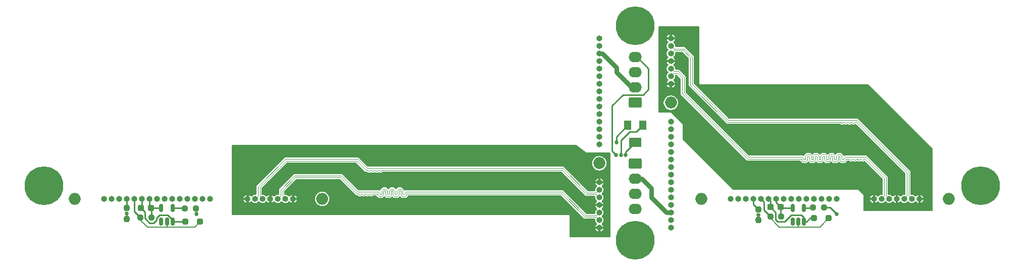
<source format=gbr>
%TF.GenerationSoftware,KiCad,Pcbnew,9.0.0*%
%TF.CreationDate,2025-06-18T14:15:24-07:00*%
%TF.ProjectId,1U Backplane,31552042-6163-46b7-906c-616e652e6b69,rev?*%
%TF.SameCoordinates,Original*%
%TF.FileFunction,Copper,L1,Top*%
%TF.FilePolarity,Positive*%
%FSLAX46Y46*%
G04 Gerber Fmt 4.6, Leading zero omitted, Abs format (unit mm)*
G04 Created by KiCad (PCBNEW 9.0.0) date 2025-06-18 14:15:24*
%MOMM*%
%LPD*%
G01*
G04 APERTURE LIST*
G04 Aperture macros list*
%AMRoundRect*
0 Rectangle with rounded corners*
0 $1 Rounding radius*
0 $2 $3 $4 $5 $6 $7 $8 $9 X,Y pos of 4 corners*
0 Add a 4 corners polygon primitive as box body*
4,1,4,$2,$3,$4,$5,$6,$7,$8,$9,$2,$3,0*
0 Add four circle primitives for the rounded corners*
1,1,$1+$1,$2,$3*
1,1,$1+$1,$4,$5*
1,1,$1+$1,$6,$7*
1,1,$1+$1,$8,$9*
0 Add four rect primitives between the rounded corners*
20,1,$1+$1,$2,$3,$4,$5,0*
20,1,$1+$1,$4,$5,$6,$7,0*
20,1,$1+$1,$6,$7,$8,$9,0*
20,1,$1+$1,$8,$9,$2,$3,0*%
G04 Aperture macros list end*
%TA.AperFunction,ComponentPad*%
%ADD10C,6.500000*%
%TD*%
%TA.AperFunction,SMDPad,CuDef*%
%ADD11RoundRect,0.250000X0.250000X0.250000X-0.250000X0.250000X-0.250000X-0.250000X0.250000X-0.250000X0*%
%TD*%
%TA.AperFunction,ComponentPad*%
%ADD12O,1.000000X1.000000*%
%TD*%
%TA.AperFunction,ComponentPad*%
%ADD13O,2.000000X2.000000*%
%TD*%
%TA.AperFunction,SMDPad,CuDef*%
%ADD14RoundRect,0.237500X0.250000X0.237500X-0.250000X0.237500X-0.250000X-0.237500X0.250000X-0.237500X0*%
%TD*%
%TA.AperFunction,ComponentPad*%
%ADD15RoundRect,0.250000X-0.845000X0.620000X-0.845000X-0.620000X0.845000X-0.620000X0.845000X0.620000X0*%
%TD*%
%TA.AperFunction,ComponentPad*%
%ADD16O,2.190000X1.740000*%
%TD*%
%TA.AperFunction,ComponentPad*%
%ADD17RoundRect,0.250000X0.845000X-0.620000X0.845000X0.620000X-0.845000X0.620000X-0.845000X-0.620000X0*%
%TD*%
%TA.AperFunction,SMDPad,CuDef*%
%ADD18RoundRect,0.237500X0.237500X-0.250000X0.237500X0.250000X-0.237500X0.250000X-0.237500X-0.250000X0*%
%TD*%
%TA.AperFunction,SMDPad,CuDef*%
%ADD19RoundRect,0.237500X0.300000X0.237500X-0.300000X0.237500X-0.300000X-0.237500X0.300000X-0.237500X0*%
%TD*%
%TA.AperFunction,SMDPad,CuDef*%
%ADD20RoundRect,0.150000X0.150000X-0.512500X0.150000X0.512500X-0.150000X0.512500X-0.150000X-0.512500X0*%
%TD*%
%TA.AperFunction,SMDPad,CuDef*%
%ADD21R,1.300000X1.600000*%
%TD*%
%TA.AperFunction,SMDPad,CuDef*%
%ADD22R,2.000000X1.600000*%
%TD*%
%TA.AperFunction,ViaPad*%
%ADD23C,0.685800*%
%TD*%
%TA.AperFunction,ViaPad*%
%ADD24C,0.450000*%
%TD*%
%TA.AperFunction,Conductor*%
%ADD25C,0.254000*%
%TD*%
%TA.AperFunction,Conductor*%
%ADD26C,0.120900*%
%TD*%
%TA.AperFunction,Conductor*%
%ADD27C,0.762000*%
%TD*%
%TA.AperFunction,Conductor*%
%ADD28C,0.203200*%
%TD*%
G04 APERTURE END LIST*
D10*
%TO.P,Pad_gge6706,1*%
%TO.N,N/C*%
X66000000Y-115750000D03*
%TD*%
D11*
%TO.P,D8,1,K*%
%TO.N,/Right Drive/RESERVED_DRIVE*%
X92199000Y-121800000D03*
%TO.P,D8,2,A*%
%TO.N,/Right Drive/GNDPWR*%
X89699000Y-121800000D03*
%TD*%
D12*
%TO.P,J5,1,1*%
%TO.N,/Right Drive/GNDS*%
X159154000Y-122780000D03*
%TO.P,J5,2,2*%
%TO.N,/Right Drive/TX+*%
X159154000Y-121510000D03*
%TO.P,J5,3,3*%
%TO.N,/Right Drive/TX-*%
X159154000Y-120240000D03*
%TO.P,J5,4,4*%
%TO.N,/Right Drive/GNDS*%
X159154000Y-118970000D03*
%TO.P,J5,5,5*%
%TO.N,/Right Drive/RX-*%
X159154000Y-117700000D03*
%TO.P,J5,6,6*%
%TO.N,/Right Drive/RX+*%
X159154000Y-116430000D03*
%TO.P,J5,7,7*%
%TO.N,/Right Drive/GNDS*%
X159154000Y-115160000D03*
%TO.P,J5,8,8*%
%TO.N,/Right Drive/+3.3V*%
X159154000Y-108800000D03*
%TO.P,J5,9,9*%
X159154000Y-107530000D03*
%TO.P,J5,10,10*%
%TO.N,/Right Drive/+3.3V_PWRDIS*%
X159154000Y-106260000D03*
%TO.P,J5,11,11*%
%TO.N,/Right Drive/GNDPWR*%
X159154000Y-104990000D03*
%TO.P,J5,12,12*%
X159154000Y-103720000D03*
%TO.P,J5,13,13*%
X159154000Y-102450000D03*
%TO.P,J5,14,14*%
%TO.N,/Right Drive/+5V*%
X159154000Y-101180000D03*
%TO.P,J5,15,15*%
X159154000Y-99910000D03*
%TO.P,J5,16,16*%
X159154000Y-98640000D03*
%TO.P,J5,17,17*%
%TO.N,/Right Drive/GNDPWR*%
X159154000Y-97370000D03*
%TO.P,J5,18,18*%
%TO.N,/Right Drive/RESERVED_HOST*%
X159154000Y-96100000D03*
%TO.P,J5,19,19*%
%TO.N,/Right Drive/GNDPWR*%
X159154000Y-94830000D03*
%TO.P,J5,20,20*%
%TO.N,/Right Drive/+12V*%
X159154000Y-93560000D03*
%TO.P,J5,21,21*%
X159154000Y-92290000D03*
%TO.P,J5,22,22*%
X159154000Y-91020000D03*
D13*
%TO.P,J5,23,23*%
%TO.N,unconnected-(J5-Pad23)*%
X159154000Y-111979900D03*
%TD*%
D14*
%TO.P,R2,1*%
%TO.N,/Left Drive/+5V*%
X189649000Y-120900000D03*
%TO.P,R2,2*%
%TO.N,/Left Drive/RESERVED_DRIVE*%
X187824000Y-120900000D03*
%TD*%
D15*
%TO.P,J3,1,Pin_1*%
%TO.N,/Left Drive/GNDPWR*%
X165154000Y-112000000D03*
D16*
%TO.P,J3,2,Pin_2*%
%TO.N,/Left Drive/+12V*%
X165154000Y-114540000D03*
%TO.P,J3,3,Pin_3*%
%TO.N,unconnected-(J3-Pin_3-Pad3)*%
X165154000Y-117080000D03*
%TO.P,J3,4,Pin_4*%
%TO.N,/PWM*%
X165154000Y-119620000D03*
%TD*%
D17*
%TO.P,J6,1,Pin_1*%
%TO.N,/Right Drive/GNDPWR*%
X165154000Y-101800000D03*
D16*
%TO.P,J6,2,Pin_2*%
%TO.N,/Right Drive/+12V*%
X165154000Y-99260000D03*
%TO.P,J6,3,Pin_3*%
%TO.N,unconnected-(J6-Pin_3-Pad3)*%
X165154000Y-96720000D03*
%TO.P,J6,4,Pin_4*%
%TO.N,/PWM*%
X165154000Y-94180000D03*
%TD*%
D10*
%TO.P,Pad_gge8659,1*%
%TO.N,N/C*%
X165159800Y-124900000D03*
%TD*%
%TO.P,Pad_gge8716,1*%
%TO.N,N/C*%
X165159800Y-88900100D03*
%TD*%
D11*
%TO.P,D5,1,K*%
%TO.N,/Left Drive/RESERVED_DRIVE*%
X197624000Y-121200000D03*
%TO.P,D5,2,A*%
%TO.N,/Left Drive/GNDPWR*%
X195124000Y-121200000D03*
%TD*%
D18*
%TO.P,R5,1*%
%TO.N,Net-(D7-K)*%
X79899000Y-121300000D03*
%TO.P,R5,2*%
%TO.N,/Right Drive/GNDPWR*%
X79899000Y-119475000D03*
%TD*%
D19*
%TO.P,C3,1*%
%TO.N,/Left Drive/+5V*%
X189549000Y-119300000D03*
%TO.P,C3,2*%
%TO.N,/Left Drive/GNDPWR*%
X187824000Y-119300000D03*
%TD*%
D10*
%TO.P,Pad_gge8677,1*%
%TO.N,N/C*%
X223049700Y-115750000D03*
%TD*%
D14*
%TO.P,R6,1*%
%TO.N,/Right Drive/+5V*%
X84024000Y-121100000D03*
%TO.P,R6,2*%
%TO.N,/Right Drive/RESERVED_DRIVE*%
X82199000Y-121100000D03*
%TD*%
%TO.P,R8,1*%
%TO.N,Net-(D9-K)*%
X91499000Y-119600000D03*
%TO.P,R8,2*%
%TO.N,Net-(U3-Y)*%
X89674000Y-119600000D03*
%TD*%
D12*
%TO.P,J2,1,1*%
%TO.N,/Left Drive/GNDS*%
X171154000Y-91020000D03*
%TO.P,J2,2,2*%
%TO.N,/Left Drive/TX+*%
X171154000Y-92290000D03*
%TO.P,J2,3,3*%
%TO.N,/Left Drive/TX-*%
X171154000Y-93560000D03*
%TO.P,J2,4,4*%
%TO.N,/Left Drive/GNDS*%
X171154000Y-94830000D03*
%TO.P,J2,5,5*%
%TO.N,/Left Drive/RX-*%
X171154000Y-96100000D03*
%TO.P,J2,6,6*%
%TO.N,/Left Drive/RX+*%
X171154000Y-97370000D03*
%TO.P,J2,7,7*%
%TO.N,/Left Drive/GNDS*%
X171154000Y-98640000D03*
%TO.P,J2,8,8*%
%TO.N,/Left Drive/+3.3V*%
X171154000Y-105000000D03*
%TO.P,J2,9,9*%
X171154000Y-106270000D03*
%TO.P,J2,10,10*%
%TO.N,/Left Drive/+3.3V_PWRDIS*%
X171154000Y-107540000D03*
%TO.P,J2,11,11*%
%TO.N,/Left Drive/GNDPWR*%
X171154000Y-108810000D03*
%TO.P,J2,12,12*%
X171154000Y-110080000D03*
%TO.P,J2,13,13*%
X171154000Y-111350000D03*
%TO.P,J2,14,14*%
%TO.N,/Left Drive/+5V*%
X171154000Y-112620000D03*
%TO.P,J2,15,15*%
X171154000Y-113890000D03*
%TO.P,J2,16,16*%
X171154000Y-115160000D03*
%TO.P,J2,17,17*%
%TO.N,/Left Drive/GNDPWR*%
X171154000Y-116430000D03*
%TO.P,J2,18,18*%
%TO.N,/Left Drive/RESERVED_HOST*%
X171154000Y-117700000D03*
%TO.P,J2,19,19*%
%TO.N,/Left Drive/GNDPWR*%
X171154000Y-118970000D03*
%TO.P,J2,20,20*%
%TO.N,/Left Drive/+12V*%
X171154000Y-120240000D03*
%TO.P,J2,21,21*%
X171154000Y-121510000D03*
%TO.P,J2,22,22*%
X171154000Y-122780000D03*
D13*
%TO.P,J2,23,23*%
%TO.N,unconnected-(J2-Pad23)*%
X171154000Y-101820100D03*
%TD*%
D20*
%TO.P,U3,1,NC*%
%TO.N,unconnected-(U3-NC-Pad1)*%
X85699000Y-121775000D03*
%TO.P,U3,2,A*%
%TO.N,/Right Drive/RESERVED_DRIVE*%
X86649000Y-121775000D03*
%TO.P,U3,3,GND*%
%TO.N,/Right Drive/GNDPWR*%
X87599000Y-121775000D03*
%TO.P,U3,4,Y*%
%TO.N,Net-(U3-Y)*%
X87599000Y-119500000D03*
%TO.P,U3,5,VCC*%
%TO.N,/Right Drive/+5V*%
X85699000Y-119500000D03*
%TD*%
D18*
%TO.P,R1,1*%
%TO.N,Net-(D4-K)*%
X185824000Y-121525000D03*
%TO.P,R1,2*%
%TO.N,/Left Drive/GNDPWR*%
X185824000Y-119700000D03*
%TD*%
D21*
%TO.P,RV1,1,1*%
%TO.N,Net-(D1-K-Pad2)*%
X166404000Y-105600000D03*
D22*
%TO.P,RV1,2,2*%
%TO.N,Net-(U1-T{slash}T)*%
X165154000Y-108500000D03*
D21*
%TO.P,RV1,3,3*%
%TO.N,Net-(D1-K-Pad1)*%
X163904000Y-105600000D03*
%TD*%
D14*
%TO.P,R4,1*%
%TO.N,Net-(D6-K)*%
X196824000Y-119400000D03*
%TO.P,R4,2*%
%TO.N,Net-(U2-Y)*%
X194999000Y-119400000D03*
%TD*%
D19*
%TO.P,C4,1*%
%TO.N,/Right Drive/+5V*%
X83999000Y-119500000D03*
%TO.P,C4,2*%
%TO.N,/Right Drive/GNDPWR*%
X82274000Y-119500000D03*
%TD*%
D20*
%TO.P,U2,1,NC*%
%TO.N,unconnected-(U2-NC-Pad1)*%
X191574000Y-121775000D03*
%TO.P,U2,2,A*%
%TO.N,/Left Drive/RESERVED_DRIVE*%
X192524000Y-121775000D03*
%TO.P,U2,3,GND*%
%TO.N,/Left Drive/GNDPWR*%
X193474000Y-121775000D03*
%TO.P,U2,4,Y*%
%TO.N,Net-(U2-Y)*%
X193474000Y-119500000D03*
%TO.P,U2,5,VCC*%
%TO.N,/Left Drive/+5V*%
X191574000Y-119500000D03*
%TD*%
D12*
%TO.P,J4,1,1*%
%TO.N,/Right Drive/GNDS*%
X107779000Y-117950000D03*
%TO.P,J4,2,2*%
%TO.N,/Right Drive/TX+*%
X106509000Y-117950000D03*
%TO.P,J4,3,3*%
%TO.N,/Right Drive/TX-*%
X105239000Y-117950000D03*
%TO.P,J4,4,4*%
%TO.N,/Right Drive/GNDS*%
X103969000Y-117950000D03*
%TO.P,J4,5,5*%
%TO.N,/Right Drive/RX-*%
X102699000Y-117950000D03*
%TO.P,J4,6,6*%
%TO.N,/Right Drive/RX+*%
X101429000Y-117950000D03*
%TO.P,J4,7,7*%
%TO.N,/Right Drive/GNDS*%
X100159000Y-117950000D03*
%TO.P,J4,8,8*%
%TO.N,/Right Drive/+3.3V*%
X93899200Y-117950000D03*
%TO.P,J4,9,9*%
X92629200Y-117950000D03*
%TO.P,J4,10,10*%
%TO.N,/Right Drive/+3.3V_PWRDIS*%
X91359200Y-117950000D03*
%TO.P,J4,11,11*%
%TO.N,/Right Drive/GNDPWR*%
X90089200Y-117950000D03*
%TO.P,J4,12,12*%
X88819200Y-117950000D03*
%TO.P,J4,13,13*%
X87549200Y-117950000D03*
%TO.P,J4,14,14*%
%TO.N,/Right Drive/+5V*%
X86279200Y-117950000D03*
%TO.P,J4,15,15*%
X85009200Y-117950000D03*
%TO.P,J4,16,16*%
X83739200Y-117950000D03*
%TO.P,J4,17,17*%
%TO.N,/Right Drive/GNDPWR*%
X82469200Y-117950000D03*
%TO.P,J4,18,18*%
%TO.N,/Right Drive/RESERVED_DRIVE*%
X81199200Y-117950000D03*
%TO.P,J4,19,19*%
%TO.N,/Right Drive/GNDPWR*%
X79929200Y-117950000D03*
%TO.P,J4,20,20*%
%TO.N,/Right Drive/+12V*%
X78659200Y-117950000D03*
%TO.P,J4,21,21*%
X77389200Y-117950000D03*
%TO.P,J4,22,22*%
X76119200Y-117950000D03*
D13*
%TO.P,J4,23,23*%
%TO.N,unconnected-(J4-Pad23)*%
X112699000Y-117950000D03*
%TO.P,J4,24,24*%
%TO.N,unconnected-(J4-Pad24)*%
X71199200Y-117950000D03*
%TD*%
D12*
%TO.P,J1,1,1*%
%TO.N,/Left Drive/GNDS*%
X212829000Y-117950000D03*
%TO.P,J1,2,2*%
%TO.N,/Left Drive/TX+*%
X211559000Y-117950000D03*
%TO.P,J1,3,3*%
%TO.N,/Left Drive/TX-*%
X210289000Y-117950000D03*
%TO.P,J1,4,4*%
%TO.N,/Left Drive/GNDS*%
X209019000Y-117950000D03*
%TO.P,J1,5,5*%
%TO.N,/Left Drive/RX-*%
X207749000Y-117950000D03*
%TO.P,J1,6,6*%
%TO.N,/Left Drive/RX+*%
X206479000Y-117950000D03*
%TO.P,J1,7,7*%
%TO.N,/Left Drive/GNDS*%
X205209000Y-117950000D03*
%TO.P,J1,8,8*%
%TO.N,/Left Drive/+3.3V*%
X198949200Y-117950000D03*
%TO.P,J1,9,9*%
X197679200Y-117950000D03*
%TO.P,J1,10,10*%
%TO.N,/Left Drive/+3.3V_PWRDIS*%
X196409200Y-117950000D03*
%TO.P,J1,11,11*%
%TO.N,/Left Drive/GNDPWR*%
X195139200Y-117950000D03*
%TO.P,J1,12,12*%
X193869200Y-117950000D03*
%TO.P,J1,13,13*%
X192599200Y-117950000D03*
%TO.P,J1,14,14*%
%TO.N,/Left Drive/+5V*%
X191329200Y-117950000D03*
%TO.P,J1,15,15*%
X190059200Y-117950000D03*
%TO.P,J1,16,16*%
X188789200Y-117950000D03*
%TO.P,J1,17,17*%
%TO.N,/Left Drive/GNDPWR*%
X187519200Y-117950000D03*
%TO.P,J1,18,18*%
%TO.N,/Left Drive/RESERVED_DRIVE*%
X186249200Y-117950000D03*
%TO.P,J1,19,19*%
%TO.N,/Left Drive/GNDPWR*%
X184979200Y-117950000D03*
%TO.P,J1,20,20*%
%TO.N,/Left Drive/+12V*%
X183709200Y-117950000D03*
%TO.P,J1,21,21*%
X182439200Y-117950000D03*
%TO.P,J1,22,22*%
X181169200Y-117950000D03*
D13*
%TO.P,J1,23,23*%
%TO.N,unconnected-(J1-Pad23)*%
X217749000Y-117950000D03*
%TO.P,J1,24,24*%
%TO.N,unconnected-(J1-Pad24)*%
X176249200Y-117950000D03*
%TD*%
D23*
%TO.N,Net-(U1-T{slash}T)*%
X163599000Y-110600000D03*
%TO.N,Net-(D1-K-Pad2)*%
X162786197Y-110600000D03*
%TO.N,Net-(D1-K-Pad1)*%
X161999000Y-108500000D03*
D24*
%TO.N,/Left Drive/GNDS*%
X209199000Y-107100000D03*
X174199000Y-105200000D03*
X202999000Y-114200000D03*
X199999000Y-101800000D03*
X185999000Y-109000000D03*
X177099000Y-108600000D03*
X211899000Y-110000000D03*
X197999000Y-108000000D03*
X183999000Y-114200000D03*
X200999000Y-114200000D03*
X199999000Y-108000000D03*
X183999000Y-101800000D03*
X179599000Y-111200000D03*
X206399000Y-104600000D03*
X180299000Y-100500000D03*
X181999000Y-101800000D03*
X185999000Y-114200000D03*
X189999000Y-101800000D03*
X187999000Y-114200000D03*
X178799000Y-99400000D03*
X178399000Y-109900000D03*
X195999000Y-108000000D03*
X204999000Y-103300000D03*
X196999000Y-114200000D03*
X194999000Y-114200000D03*
X198099000Y-101800000D03*
X180799000Y-112700000D03*
X189999000Y-114200000D03*
X193999000Y-101800000D03*
X185999000Y-101800000D03*
X187999000Y-101800000D03*
X181999000Y-114200000D03*
X198999000Y-114200000D03*
X187999000Y-108000000D03*
D23*
X174899000Y-91000000D03*
D24*
X195999000Y-101800000D03*
X201999000Y-108000000D03*
X193999000Y-108000000D03*
X191999000Y-101800000D03*
X189999000Y-108000000D03*
X203799000Y-101800000D03*
X201999000Y-101800000D03*
X210599000Y-108600000D03*
X191999000Y-108000000D03*
X183999000Y-109000000D03*
X207699000Y-105800000D03*
X175399000Y-106600000D03*
%TO.N,/Right Drive/GNDS*%
X99999000Y-109800000D03*
X144999000Y-120000000D03*
X134999000Y-120000000D03*
X138999000Y-109800000D03*
X126999000Y-109800000D03*
X132999000Y-109800000D03*
X138999000Y-120000000D03*
X146999000Y-109800000D03*
X101999000Y-109800000D03*
X151099000Y-109800000D03*
X120999000Y-109800000D03*
X136999000Y-109800000D03*
X124999000Y-120000000D03*
X132999000Y-120000000D03*
X116999000Y-120000000D03*
X142999000Y-109800000D03*
X148999000Y-120000000D03*
X142999000Y-120000000D03*
X122999000Y-109800000D03*
X118899000Y-120000000D03*
X103999000Y-109800000D03*
X141099000Y-109800000D03*
X154999000Y-122000000D03*
X128999000Y-109800000D03*
X134999000Y-109800000D03*
X128999000Y-120000000D03*
X148999000Y-109800000D03*
X151099000Y-120000000D03*
X130999000Y-120000000D03*
X136999000Y-120000000D03*
X140999000Y-120000000D03*
X130999000Y-109800000D03*
X145099000Y-109800000D03*
X152999000Y-120000000D03*
X126999000Y-120000000D03*
X146999000Y-120000000D03*
X120999000Y-120000000D03*
X124999000Y-109800000D03*
X122999000Y-120000000D03*
D23*
%TO.N,Net-(D6-K)*%
X198924000Y-120500000D03*
%TO.N,Net-(D4-K)*%
X185824000Y-120657400D03*
%TO.N,Net-(D7-K)*%
X79899000Y-120432400D03*
%TO.N,Net-(D9-K)*%
X91599000Y-120500000D03*
%TO.N,/PWM*%
X161973394Y-110600000D03*
%TD*%
D25*
%TO.N,Net-(U1-T{slash}T)*%
X163599000Y-110055000D02*
X165154000Y-108500000D01*
X163599000Y-110600000D02*
X163599000Y-110055000D01*
%TO.N,Net-(D1-K-Pad2)*%
X166404000Y-105600000D02*
X165349000Y-106655000D01*
X162799000Y-110587197D02*
X162786197Y-110600000D01*
X162799000Y-108100000D02*
X162799000Y-110587197D01*
X164244000Y-106655000D02*
X162799000Y-108100000D01*
X165349000Y-106655000D02*
X164244000Y-106655000D01*
%TO.N,Net-(D1-K-Pad1)*%
X161999000Y-107505000D02*
X163904000Y-105600000D01*
X161999000Y-108500000D02*
X161999000Y-107505000D01*
D26*
%TO.N,/Left Drive/TX+*%
X174759450Y-94133538D02*
X174759450Y-98733538D01*
X174759450Y-98733538D02*
X180765462Y-104739550D01*
X173390462Y-92764550D02*
X174759450Y-94133538D01*
X180765462Y-104739550D02*
X202365462Y-104739550D01*
X211084450Y-117475450D02*
X211559000Y-117950000D01*
X211084450Y-113458538D02*
X211084450Y-117475450D01*
X171628550Y-92764550D02*
X173390462Y-92764550D01*
X202365462Y-104739550D02*
X211084450Y-113458538D01*
X171154000Y-92290000D02*
X171628550Y-92764550D01*
D27*
%TO.N,/Left Drive/+12V*%
X170446894Y-120240000D02*
X171154000Y-120240000D01*
X166239000Y-114540000D02*
X167899000Y-116200000D01*
X165154000Y-114540000D02*
X166239000Y-114540000D01*
X167899000Y-117692106D02*
X170446894Y-120240000D01*
X167899000Y-116200000D02*
X167899000Y-117692106D01*
D26*
%TO.N,/Left Drive/RX+*%
X206953550Y-117475450D02*
X206953550Y-114481462D01*
X198945785Y-111671400D02*
X198447264Y-111671400D01*
X201743334Y-111260450D02*
X201583128Y-111260450D01*
X193071775Y-111304975D02*
X193027250Y-111260450D01*
X199178875Y-110894025D02*
X199178875Y-111438311D01*
X194357375Y-110894025D02*
X194312850Y-110849500D01*
X194357375Y-111438311D02*
X194357375Y-110894025D01*
X200464475Y-111304975D02*
X200464475Y-111438311D01*
X199732864Y-111671400D02*
X199499775Y-111438311D01*
X193803385Y-111671400D02*
X193304864Y-111671400D01*
X197161664Y-111671400D02*
X196928575Y-111438311D01*
X199223400Y-110849500D02*
X199178875Y-110894025D01*
X195322075Y-110894025D02*
X195322075Y-111438311D01*
X197893275Y-111438311D02*
X197660185Y-111671400D01*
X194590464Y-111671400D02*
X194357375Y-111438311D01*
X202706034Y-111421144D02*
X202545828Y-111421144D01*
X203026934Y-111260450D02*
X202866728Y-111260450D01*
X201422434Y-111421144D02*
X201262228Y-111421144D01*
X198169650Y-110849500D02*
X197937800Y-110849500D01*
X197660185Y-111671400D02*
X197161664Y-111671400D01*
X199499775Y-110894025D02*
X199455250Y-110849500D01*
X198214175Y-111438311D02*
X198214175Y-110894025D01*
X202064234Y-111421144D02*
X201904028Y-111421144D01*
X203732538Y-111260450D02*
X203508528Y-111260450D01*
X196374585Y-111671400D02*
X195876064Y-111671400D01*
X195366600Y-110849500D02*
X195322075Y-110894025D01*
X206953550Y-114481462D02*
X203732538Y-111260450D01*
X193071775Y-111438311D02*
X193071775Y-111304975D01*
X202385134Y-111260450D02*
X202224928Y-111260450D01*
X194312850Y-110849500D02*
X194081000Y-110849500D01*
X199178875Y-111438311D02*
X198945785Y-111671400D01*
X200464475Y-111438311D02*
X200231385Y-111671400D01*
X200732743Y-111260450D02*
X200509000Y-111260450D01*
X194081000Y-110849500D02*
X194036475Y-110894025D01*
X197893275Y-110894025D02*
X197893275Y-111438311D01*
X201101534Y-111260450D02*
X200732743Y-111260450D01*
X192189000Y-111260450D02*
X184032538Y-111260450D01*
X194036475Y-110894025D02*
X194036475Y-111438311D01*
X193027250Y-111260450D02*
X192189000Y-111260450D01*
X200231385Y-111671400D02*
X199732864Y-111671400D01*
X195088985Y-111671400D02*
X194590464Y-111671400D01*
X201583128Y-111260450D02*
X201422434Y-111421144D01*
X202224928Y-111260450D02*
X202064234Y-111421144D01*
X195598450Y-110849500D02*
X195366600Y-110849500D01*
X195642975Y-110894025D02*
X195598450Y-110849500D01*
X198214175Y-110894025D02*
X198169650Y-110849500D01*
X201262228Y-111421144D02*
X201101534Y-111260450D01*
X196928575Y-111438311D02*
X196928575Y-110894025D01*
X199499775Y-111438311D02*
X199499775Y-110894025D01*
X203508528Y-111260450D02*
X203347834Y-111421144D01*
X195642975Y-111438311D02*
X195642975Y-110894025D01*
X202545828Y-111421144D02*
X202385134Y-111260450D01*
X196928575Y-110894025D02*
X196884050Y-110849500D01*
X171628550Y-96895450D02*
X171154000Y-97370000D01*
X198447264Y-111671400D02*
X198214175Y-111438311D01*
X196884050Y-110849500D02*
X196652200Y-110849500D01*
X203187628Y-111421144D02*
X203026934Y-111260450D01*
X195876064Y-111671400D02*
X195642975Y-111438311D01*
X203347834Y-111421144D02*
X203187628Y-111421144D01*
X199455250Y-110849500D02*
X199223400Y-110849500D01*
X173038550Y-97639550D02*
X172294450Y-96895450D01*
X197937800Y-110849500D02*
X197893275Y-110894025D01*
X200509000Y-111260450D02*
X200464475Y-111304975D01*
X195322075Y-111438311D02*
X195088985Y-111671400D01*
X172294450Y-96895450D02*
X171628550Y-96895450D01*
X201904028Y-111421144D02*
X201743334Y-111260450D01*
X196607675Y-110894025D02*
X196607675Y-111438311D01*
X184032538Y-111260450D02*
X173038550Y-100266462D01*
X194036475Y-111438311D02*
X193803385Y-111671400D01*
X196607675Y-111438311D02*
X196374585Y-111671400D01*
X173038550Y-100266462D02*
X173038550Y-97639550D01*
X206479000Y-117950000D02*
X206953550Y-117475450D01*
X196652200Y-110849500D02*
X196607675Y-110894025D01*
X193304864Y-111671400D02*
X193071775Y-111438311D01*
X202866728Y-111260450D02*
X202706034Y-111421144D01*
%TO.N,/Left Drive/RX-*%
X193393675Y-111304975D02*
X193393675Y-111171640D01*
X207275450Y-114348126D02*
X204054438Y-111127115D01*
X200098050Y-111349500D02*
X199866200Y-111349500D01*
X193947664Y-110527600D02*
X193714575Y-110760689D01*
X198812450Y-111349500D02*
X198580600Y-111349500D01*
X197571375Y-111304975D02*
X197526850Y-111349500D01*
X196518864Y-110527600D02*
X196285775Y-110760689D01*
X197250475Y-110760689D02*
X197017385Y-110527600D01*
X195964875Y-110760689D02*
X195731785Y-110527600D01*
X199821675Y-111304975D02*
X199821675Y-110760689D01*
X195731785Y-110527600D02*
X195233264Y-110527600D01*
X207749000Y-117950000D02*
X207275450Y-117476450D01*
X192189000Y-110938550D02*
X184165874Y-110938550D01*
X196285775Y-111304975D02*
X196241250Y-111349500D01*
X198302985Y-110527600D02*
X197804464Y-110527600D01*
X196009400Y-111349500D02*
X195964875Y-111304975D01*
X194723800Y-111349500D02*
X194679275Y-111304975D01*
X198536075Y-110760689D02*
X198302985Y-110527600D01*
X197526850Y-111349500D02*
X197295000Y-111349500D01*
X197295000Y-111349500D02*
X197250475Y-111304975D01*
X194679275Y-111304975D02*
X194679275Y-110760689D01*
X173360450Y-100133126D02*
X173360450Y-97506214D01*
X196241250Y-111349500D02*
X196009400Y-111349500D01*
X197804464Y-110527600D02*
X197571375Y-110760689D01*
X199588585Y-110527600D02*
X199090064Y-110527600D01*
X207275450Y-117476450D02*
X207275450Y-114348126D01*
X200375664Y-110938550D02*
X200142575Y-111171640D01*
X197250475Y-111304975D02*
X197250475Y-110760689D01*
X193714575Y-110760689D02*
X193714575Y-111304975D01*
X197571375Y-110760689D02*
X197571375Y-111304975D01*
X194679275Y-110760689D02*
X194446185Y-110527600D01*
X173360450Y-97506214D02*
X172616350Y-96762115D01*
X193714575Y-111304975D02*
X193670050Y-111349500D01*
X204054438Y-111127115D02*
X203865874Y-110938550D01*
X200142575Y-111304975D02*
X200098050Y-111349500D01*
X196285775Y-110760689D02*
X196285775Y-111304975D01*
X172616350Y-96762115D02*
X172427786Y-96573550D01*
X198536075Y-111304975D02*
X198536075Y-110760689D01*
X193160585Y-110938550D02*
X192189000Y-110938550D01*
X195000175Y-111304975D02*
X194955650Y-111349500D01*
X194955650Y-111349500D02*
X194723800Y-111349500D01*
X193393675Y-111171640D02*
X193160585Y-110938550D01*
X193438200Y-111349500D02*
X193393675Y-111304975D01*
X198856975Y-110760689D02*
X198856975Y-111304975D01*
X200142575Y-111171640D02*
X200142575Y-111304975D01*
X198856975Y-111304975D02*
X198812450Y-111349500D01*
X199090064Y-110527600D02*
X198856975Y-110760689D01*
X195000175Y-110760689D02*
X195000175Y-111304975D01*
X184165874Y-110938550D02*
X173360450Y-100133126D01*
X172427786Y-96573550D02*
X171627550Y-96573550D01*
X200509000Y-110938550D02*
X200375664Y-110938550D01*
X194446185Y-110527600D02*
X193947664Y-110527600D01*
X195233264Y-110527600D02*
X195000175Y-110760689D01*
X171627550Y-96573550D02*
X171154000Y-96100000D01*
X199821675Y-110760689D02*
X199588585Y-110527600D01*
X193670050Y-111349500D02*
X193438200Y-111349500D01*
X203865874Y-110938550D02*
X200509000Y-110938550D01*
X198580600Y-111349500D02*
X198536075Y-111304975D01*
X199866200Y-111349500D02*
X199821675Y-111304975D01*
X195964875Y-111304975D02*
X195964875Y-110760689D01*
X197017385Y-110527600D02*
X196518864Y-110527600D01*
%TO.N,/Left Drive/TX-*%
X200234040Y-105060450D02*
X200073600Y-105060450D01*
X210289000Y-117950000D02*
X210763550Y-117475450D01*
X199592270Y-105060450D02*
X198778000Y-105060450D01*
X200875840Y-105060450D02*
X200715400Y-105060450D01*
X210763550Y-117475450D02*
X210763550Y-113591462D01*
X201678100Y-105220910D02*
X201517640Y-105060450D01*
X198778000Y-105060450D02*
X180632538Y-105060450D01*
X201357200Y-105060450D02*
X201196740Y-105220910D01*
X201196740Y-105220910D02*
X201036300Y-105220910D01*
X180632538Y-105060450D02*
X174438550Y-98866462D01*
X200073600Y-105060450D02*
X199913170Y-105220880D01*
X201838540Y-105220910D02*
X201678100Y-105220910D01*
X174438550Y-98866462D02*
X174438550Y-94266462D01*
X200394500Y-105220910D02*
X200234040Y-105060450D01*
X173257538Y-93085450D02*
X171628550Y-93085450D01*
X171628550Y-93085450D02*
X171154000Y-93560000D01*
X174438550Y-94266462D02*
X173257538Y-93085450D01*
X199752700Y-105220880D02*
X199592270Y-105060450D01*
X199913170Y-105220880D02*
X199752700Y-105220880D01*
X210763550Y-113591462D02*
X202232538Y-105060450D01*
X201999000Y-105060450D02*
X201838540Y-105220910D01*
X200554940Y-105220910D02*
X200394500Y-105220910D01*
X201517640Y-105060450D02*
X201357200Y-105060450D01*
X202232538Y-105060450D02*
X201999000Y-105060450D01*
X201036300Y-105220910D02*
X200875840Y-105060450D01*
X200715400Y-105060450D02*
X200554940Y-105220910D01*
D27*
%TO.N,/Right Drive/+12V*%
X159659000Y-93560000D02*
X159154000Y-93560000D01*
X161999000Y-95900000D02*
X159659000Y-93560000D01*
X165154000Y-99260000D02*
X164559000Y-99260000D01*
X161999000Y-96700000D02*
X161999000Y-95900000D01*
X164559000Y-99260000D02*
X161999000Y-96700000D01*
D26*
%TO.N,/Right Drive/TX+*%
X122705135Y-117531400D02*
X122958225Y-117278310D01*
X121929000Y-117080450D02*
X121993525Y-117144975D01*
X120351154Y-117241154D02*
X120511858Y-117080450D01*
X106509000Y-117950000D02*
X106034450Y-117475450D01*
X126815025Y-117278310D02*
X126815025Y-117144975D01*
X122958225Y-117278310D02*
X122958225Y-116694025D01*
X122958225Y-116694025D02*
X123022750Y-116629500D01*
X126879550Y-117080450D02*
X127799000Y-117080450D01*
X125850325Y-116694025D02*
X125850325Y-117278310D01*
X123279125Y-116694025D02*
X123279125Y-117278310D01*
X125850325Y-117278310D02*
X126103414Y-117531400D01*
X119549158Y-117241154D02*
X119709354Y-117241154D01*
X123214600Y-116629500D02*
X123279125Y-116694025D01*
X123990735Y-117531400D02*
X124243825Y-117278310D01*
X119228258Y-117080450D02*
X119388454Y-117080450D01*
X120992954Y-117241154D02*
X121153658Y-117080450D01*
X120190958Y-117241154D02*
X120351154Y-117241154D01*
X122246614Y-117531400D02*
X122705135Y-117531400D01*
X119388454Y-117080450D02*
X119549158Y-117241154D01*
X119709354Y-117241154D02*
X119870058Y-117080450D01*
X120511858Y-117080450D02*
X120672054Y-117080450D01*
X121993525Y-117144975D02*
X121993525Y-117278310D01*
X126561935Y-117531400D02*
X126815025Y-117278310D01*
X125276335Y-117531400D02*
X125529425Y-117278310D01*
X123022750Y-116629500D02*
X123214600Y-116629500D01*
X126103414Y-117531400D02*
X126561935Y-117531400D01*
X119870058Y-117080450D02*
X120030254Y-117080450D01*
X125785800Y-116629500D02*
X125850325Y-116694025D01*
X124243825Y-116694025D02*
X124308350Y-116629500D01*
X156764450Y-121035450D02*
X158679450Y-121035450D01*
X124308350Y-116629500D02*
X124500200Y-116629500D01*
X106034450Y-117475450D02*
X106034450Y-116531462D01*
X121153658Y-117080450D02*
X121564450Y-117080450D01*
X120832758Y-117241154D02*
X120992954Y-117241154D01*
X108215462Y-114350450D02*
X115762538Y-114350450D01*
X125529425Y-117278310D02*
X125529425Y-116694025D01*
X125529425Y-116694025D02*
X125593950Y-116629500D01*
X124564725Y-117278310D02*
X124817814Y-117531400D01*
X124564725Y-116694025D02*
X124564725Y-117278310D01*
X118907358Y-117241154D02*
X119067554Y-117241154D01*
X106034450Y-116531462D02*
X108215462Y-114350450D01*
X126815025Y-117144975D02*
X126879550Y-117080450D01*
X120030254Y-117080450D02*
X120190958Y-117241154D01*
X121993525Y-117278310D02*
X122246614Y-117531400D01*
X115762538Y-114350450D02*
X118492538Y-117080450D01*
X125593950Y-116629500D02*
X125785800Y-116629500D01*
X158679450Y-121035450D02*
X159154000Y-121510000D01*
X152809450Y-117080450D02*
X156764450Y-121035450D01*
X123279125Y-117278310D02*
X123532214Y-117531400D01*
X124817814Y-117531400D02*
X125276335Y-117531400D01*
X118746654Y-117080450D02*
X118907358Y-117241154D01*
X127799000Y-117080450D02*
X152809450Y-117080450D01*
X119067554Y-117241154D02*
X119228258Y-117080450D01*
X120672054Y-117080450D02*
X120832758Y-117241154D01*
X124243825Y-117278310D02*
X124243825Y-116694025D01*
X121564450Y-117080450D02*
X121929000Y-117080450D01*
X118492538Y-117080450D02*
X118746654Y-117080450D01*
X123532214Y-117531400D02*
X123990735Y-117531400D01*
X124500200Y-116629500D02*
X124564725Y-116694025D01*
%TO.N,/Right Drive/TX-*%
X122636325Y-116560690D02*
X122889414Y-116307600D01*
X156897786Y-120713550D02*
X158680450Y-120713550D01*
X127799000Y-116758550D02*
X152942786Y-116758550D01*
X122315425Y-117011639D02*
X122315425Y-117144975D01*
X118625874Y-116758550D02*
X121929000Y-116758550D01*
X152942786Y-116758550D02*
X156897786Y-120713550D01*
X123921925Y-117144975D02*
X123921925Y-116560690D01*
X108082126Y-114028550D02*
X115895874Y-114028550D01*
X105712550Y-116398126D02*
X107893562Y-114217115D01*
X107893562Y-114217115D02*
X108082126Y-114028550D01*
X125207525Y-117144975D02*
X125207525Y-116560690D01*
X124886625Y-116560690D02*
X124886625Y-117144975D01*
X124951150Y-117209500D02*
X125143000Y-117209500D01*
X125207525Y-116560690D02*
X125460614Y-116307600D01*
X121929000Y-116758550D02*
X122062335Y-116758550D01*
X124175014Y-116307600D02*
X124633535Y-116307600D01*
X123601025Y-116560690D02*
X123601025Y-117144975D01*
X115895874Y-114028550D02*
X118625874Y-116758550D01*
X105239000Y-117950000D02*
X105712550Y-117476450D01*
X122379950Y-117209500D02*
X122571800Y-117209500D01*
X125143000Y-117209500D02*
X125207525Y-117144975D01*
X126493125Y-117144975D02*
X126493125Y-117011639D01*
X105712550Y-117476450D02*
X105712550Y-116398126D01*
X123347935Y-116307600D02*
X123601025Y-116560690D01*
X126746214Y-116758550D02*
X127799000Y-116758550D01*
X122571800Y-117209500D02*
X122636325Y-117144975D01*
X158680450Y-120713550D02*
X159154000Y-120240000D01*
X124633535Y-116307600D02*
X124886625Y-116560690D01*
X122062335Y-116758550D02*
X122315425Y-117011639D01*
X122889414Y-116307600D02*
X123347935Y-116307600D01*
X123601025Y-117144975D02*
X123665550Y-117209500D01*
X126493125Y-117011639D02*
X126746214Y-116758550D01*
X126236750Y-117209500D02*
X126428600Y-117209500D01*
X123857400Y-117209500D02*
X123921925Y-117144975D01*
X124886625Y-117144975D02*
X124951150Y-117209500D01*
X125919135Y-116307600D02*
X126172225Y-116560690D01*
X122636325Y-117144975D02*
X122636325Y-116560690D01*
X126428600Y-117209500D02*
X126493125Y-117144975D01*
X123665550Y-117209500D02*
X123857400Y-117209500D01*
X122315425Y-117144975D02*
X122379950Y-117209500D01*
X125460614Y-116307600D02*
X125919135Y-116307600D01*
X123921925Y-116560690D02*
X124175014Y-116307600D01*
X126172225Y-117144975D02*
X126236750Y-117209500D01*
X126172225Y-116560690D02*
X126172225Y-117144975D01*
%TO.N,/Right Drive/RX+*%
X120182786Y-112808550D02*
X118672786Y-111298550D01*
X153035874Y-112808550D02*
X120182786Y-112808550D01*
X101902550Y-115898126D02*
X101902550Y-117476450D01*
X157130874Y-116903550D02*
X153035874Y-112808550D01*
X118672786Y-111298550D02*
X106502126Y-111298550D01*
X102091115Y-115709562D02*
X101902550Y-115898126D01*
X158680450Y-116903550D02*
X157130874Y-116903550D01*
X106502126Y-111298550D02*
X102091115Y-115709562D01*
X101902550Y-117476450D02*
X101429000Y-117950000D01*
X159154000Y-116430000D02*
X158680450Y-116903550D01*
D28*
%TO.N,/Left Drive/RESERVED_DRIVE*%
X197624000Y-121200000D02*
X196131500Y-122692500D01*
D25*
X186774200Y-118475000D02*
X186249200Y-117950000D01*
X186774200Y-119850200D02*
X186774200Y-118475000D01*
D28*
X189316500Y-122692500D02*
X187574000Y-120950000D01*
X192524000Y-121775000D02*
X192524000Y-122692500D01*
X191918999Y-122692500D02*
X189316500Y-122692500D01*
D25*
X187824000Y-120900000D02*
X186774200Y-119850200D01*
D28*
X196131500Y-122692500D02*
X191918999Y-122692500D01*
D26*
%TO.N,/Right Drive/RX-*%
X122922786Y-113130450D02*
X152902538Y-113130450D01*
X120768391Y-113130450D02*
X120928597Y-113130450D01*
X120049450Y-113130450D02*
X120286797Y-113130450D01*
X122051991Y-113130450D02*
X122212197Y-113130450D01*
X158679450Y-117225450D02*
X159154000Y-117700000D01*
X121410191Y-113130450D02*
X121570397Y-113130450D01*
X121731091Y-113291144D02*
X121891297Y-113291144D01*
X122533097Y-113291144D02*
X122693791Y-113130450D01*
X120607697Y-113291144D02*
X120768391Y-113130450D01*
X121249497Y-113291144D02*
X121410191Y-113130450D01*
X121570397Y-113130450D02*
X121731091Y-113291144D01*
X118539450Y-111620450D02*
X120049450Y-113130450D01*
X122693791Y-113130450D02*
X122922786Y-113130450D01*
X120447491Y-113291144D02*
X120607697Y-113291144D01*
X120928597Y-113130450D02*
X121089291Y-113291144D01*
X152902538Y-113130450D02*
X156997538Y-117225450D01*
X122372891Y-113291144D02*
X122533097Y-113291144D01*
X122212197Y-113130450D02*
X122372891Y-113291144D01*
X121089291Y-113291144D02*
X121249497Y-113291144D01*
X102224450Y-117475450D02*
X102224450Y-116031462D01*
X102699000Y-117950000D02*
X102224450Y-117475450D01*
X102224450Y-116031462D02*
X106635462Y-111620450D01*
X120286797Y-113130450D02*
X120447491Y-113291144D01*
X156997538Y-117225450D02*
X158679450Y-117225450D01*
X121891297Y-113291144D02*
X122051991Y-113130450D01*
X106635462Y-111620450D02*
X118539450Y-111620450D01*
D25*
%TO.N,Net-(D6-K)*%
X196824000Y-119400000D02*
X197824000Y-119400000D01*
X197824000Y-119400000D02*
X198924000Y-120500000D01*
%TO.N,Net-(D4-K)*%
X185824000Y-121525000D02*
X185824000Y-120657400D01*
%TO.N,Net-(D7-K)*%
X79899000Y-121300000D02*
X79899000Y-120432400D01*
%TO.N,Net-(U2-Y)*%
X194899000Y-119500000D02*
X194999000Y-119400000D01*
X193474000Y-119500000D02*
X194899000Y-119500000D01*
D28*
%TO.N,/Right Drive/RESERVED_DRIVE*%
X83391500Y-122692500D02*
X86599000Y-122692500D01*
X91306500Y-122692500D02*
X92199000Y-121800000D01*
D25*
X81199200Y-120100200D02*
X82199000Y-121100000D01*
D28*
X86649000Y-121775000D02*
X86649000Y-122642500D01*
X82199000Y-121500000D02*
X83391500Y-122692500D01*
D25*
X82199000Y-121100000D02*
X82199000Y-121500000D01*
X81199200Y-117950000D02*
X81199200Y-120100200D01*
D28*
X86599000Y-122692500D02*
X91306500Y-122692500D01*
D25*
%TO.N,/Left Drive/GNDPWR*%
X193061499Y-120700000D02*
X191299000Y-120700000D01*
X193474000Y-121775000D02*
X193474000Y-121112501D01*
X187824000Y-119300000D02*
X188024000Y-119100000D01*
X193924000Y-121775000D02*
X193474000Y-121775000D01*
X190199000Y-121800000D02*
X189058420Y-121800000D01*
X187519200Y-117950000D02*
X187824000Y-118254800D01*
X195124000Y-121200000D02*
X194499000Y-121200000D01*
X191299000Y-120700000D02*
X190199000Y-121800000D01*
X184979200Y-118855200D02*
X185824000Y-119700000D01*
X188724000Y-121465580D02*
X188724000Y-120200000D01*
X187624000Y-119500000D02*
X187824000Y-119300000D01*
X194499000Y-121200000D02*
X193924000Y-121775000D01*
X189058420Y-121800000D02*
X188724000Y-121465580D01*
X188724000Y-120200000D02*
X187824000Y-119300000D01*
X184979200Y-117950000D02*
X184979200Y-118855200D01*
X187824000Y-118254800D02*
X187824000Y-119300000D01*
X193474000Y-121112501D02*
X193061499Y-120700000D01*
%TO.N,/Right Drive/GNDPWR*%
X83733420Y-122000000D02*
X84399000Y-122000000D01*
X84899000Y-121500000D02*
X84899000Y-121200000D01*
X85447080Y-120651920D02*
X86765334Y-120651920D01*
X79899000Y-117980200D02*
X79929200Y-117950000D01*
X82274000Y-119500000D02*
X82941500Y-120167500D01*
X90099000Y-117959800D02*
X90089200Y-117950000D01*
X82941500Y-121208080D02*
X83733420Y-122000000D01*
X87599000Y-121485586D02*
X87599000Y-121775000D01*
X82469200Y-117950000D02*
X82469200Y-119304800D01*
X84399000Y-122000000D02*
X84899000Y-121500000D01*
X82469200Y-119304800D02*
X82274000Y-119500000D01*
X84899000Y-121200000D02*
X85447080Y-120651920D01*
X82274000Y-118145200D02*
X82469200Y-117950000D01*
X86765334Y-120651920D02*
X87599000Y-121485586D01*
X87624000Y-121800000D02*
X87599000Y-121775000D01*
X89699000Y-121800000D02*
X87624000Y-121800000D01*
X79899000Y-119475000D02*
X79899000Y-117980200D01*
X82941500Y-120167500D02*
X82941500Y-121208080D01*
%TO.N,Net-(D9-K)*%
X91599000Y-119700000D02*
X91499000Y-119600000D01*
X91599000Y-120500000D02*
X91599000Y-119700000D01*
%TO.N,/PWM*%
X161299000Y-102300000D02*
X163099000Y-100500000D01*
X161973394Y-110600000D02*
X161299000Y-109925606D01*
X161299000Y-109925606D02*
X161299000Y-102300000D01*
X167399000Y-96100000D02*
X165479000Y-94180000D01*
X167399000Y-99600000D02*
X167399000Y-96100000D01*
X166499000Y-100500000D02*
X167399000Y-99600000D01*
X165479000Y-94180000D02*
X165154000Y-94180000D01*
X163099000Y-100500000D02*
X166499000Y-100500000D01*
%TO.N,/Right Drive/+5V*%
X84024000Y-121100000D02*
X84024000Y-119525000D01*
X84099000Y-119900000D02*
X83999000Y-119800000D01*
X85699000Y-119500000D02*
X83999000Y-119500000D01*
X83739200Y-117950000D02*
X83739200Y-119240200D01*
X83999000Y-118209800D02*
X83739200Y-117950000D01*
X84024000Y-119525000D02*
X83999000Y-119500000D01*
X83739200Y-119240200D02*
X83999000Y-119500000D01*
%TO.N,/Left Drive/+5V*%
X191574000Y-119500000D02*
X189749000Y-119500000D01*
X189549000Y-121100000D02*
X189649000Y-121200000D01*
X188789200Y-117950000D02*
X188789200Y-118540200D01*
X188789200Y-118540200D02*
X189549000Y-119300000D01*
X189749000Y-119500000D02*
X189549000Y-119300000D01*
X189549000Y-119300000D02*
X189549000Y-121100000D01*
%TO.N,Net-(U3-Y)*%
X89574000Y-119500000D02*
X89674000Y-119600000D01*
X87599000Y-119500000D02*
X89574000Y-119500000D01*
%TD*%
%TA.AperFunction,Conductor*%
%TO.N,/Right Drive/GNDS*%
G36*
X118448544Y-111900307D02*
G01*
X118460357Y-111910396D01*
X119901633Y-113351672D01*
X119929725Y-113363307D01*
X119997544Y-113391400D01*
X120137700Y-113391400D01*
X120195891Y-113410307D01*
X120207703Y-113420396D01*
X120299675Y-113512367D01*
X120395584Y-113552094D01*
X120395585Y-113552094D01*
X120659602Y-113552094D01*
X120659603Y-113552094D01*
X120707558Y-113532230D01*
X120755513Y-113512367D01*
X120786489Y-113481390D01*
X120796087Y-113475402D01*
X120815333Y-113470616D01*
X120833005Y-113461612D01*
X120844334Y-113463406D01*
X120855464Y-113460639D01*
X120873848Y-113468080D01*
X120893438Y-113471183D01*
X120908441Y-113482083D01*
X120912179Y-113483596D01*
X120913551Y-113485795D01*
X120918494Y-113489386D01*
X120941475Y-113512367D01*
X120941476Y-113512367D01*
X120941477Y-113512368D01*
X121037384Y-113552094D01*
X121037385Y-113552094D01*
X121301402Y-113552094D01*
X121301403Y-113552094D01*
X121349358Y-113532230D01*
X121397313Y-113512367D01*
X121428289Y-113481390D01*
X121437887Y-113475402D01*
X121457133Y-113470616D01*
X121474805Y-113461612D01*
X121486134Y-113463406D01*
X121497264Y-113460639D01*
X121515648Y-113468080D01*
X121535238Y-113471183D01*
X121550241Y-113482083D01*
X121553979Y-113483596D01*
X121555351Y-113485795D01*
X121560294Y-113489386D01*
X121583275Y-113512367D01*
X121583276Y-113512367D01*
X121583277Y-113512368D01*
X121679184Y-113552094D01*
X121679185Y-113552094D01*
X121943202Y-113552094D01*
X121943203Y-113552094D01*
X121991158Y-113532230D01*
X122039113Y-113512367D01*
X122070089Y-113481390D01*
X122079687Y-113475402D01*
X122098933Y-113470616D01*
X122116605Y-113461612D01*
X122127934Y-113463406D01*
X122139064Y-113460639D01*
X122157448Y-113468080D01*
X122177038Y-113471183D01*
X122192041Y-113482083D01*
X122195779Y-113483596D01*
X122197151Y-113485795D01*
X122202094Y-113489386D01*
X122225075Y-113512367D01*
X122225076Y-113512367D01*
X122225077Y-113512368D01*
X122320984Y-113552094D01*
X122320985Y-113552094D01*
X122585002Y-113552094D01*
X122585003Y-113552094D01*
X122632958Y-113532230D01*
X122680913Y-113512367D01*
X122772884Y-113420396D01*
X122827401Y-113392619D01*
X122842888Y-113391400D01*
X122870880Y-113391400D01*
X152753441Y-113391400D01*
X152811632Y-113410307D01*
X152823445Y-113420396D01*
X156849722Y-117446673D01*
X156849723Y-117446673D01*
X156849724Y-117446674D01*
X156945631Y-117486400D01*
X156945632Y-117486400D01*
X158361632Y-117486400D01*
X158419823Y-117505307D01*
X158455787Y-117554807D01*
X158458730Y-117604714D01*
X158453500Y-117631004D01*
X158453500Y-117631007D01*
X158453500Y-117768993D01*
X158479684Y-117900630D01*
X158480420Y-117904327D01*
X158480420Y-117904329D01*
X158533222Y-118031806D01*
X158533228Y-118031817D01*
X158575276Y-118094745D01*
X158609886Y-118146542D01*
X158707458Y-118244114D01*
X158720734Y-118252985D01*
X158758613Y-118301033D01*
X158761015Y-118362171D01*
X158727023Y-118413045D01*
X158720738Y-118417612D01*
X158707779Y-118426271D01*
X158610271Y-118523779D01*
X158533666Y-118638428D01*
X158480903Y-118765810D01*
X158480901Y-118765816D01*
X158480069Y-118770000D01*
X158836457Y-118770000D01*
X158804556Y-118825255D01*
X158779000Y-118920630D01*
X158779000Y-119019370D01*
X158804556Y-119114745D01*
X158836457Y-119170000D01*
X158480069Y-119170000D01*
X158480901Y-119174183D01*
X158480903Y-119174189D01*
X158533666Y-119301571D01*
X158610271Y-119416220D01*
X158707780Y-119513729D01*
X158720734Y-119522385D01*
X158758613Y-119570436D01*
X158761015Y-119631574D01*
X158727021Y-119682447D01*
X158720737Y-119687012D01*
X158720735Y-119687015D01*
X158707457Y-119695887D01*
X158707454Y-119695889D01*
X158609885Y-119793458D01*
X158533228Y-119908182D01*
X158533222Y-119908193D01*
X158480420Y-120035670D01*
X158480420Y-120035672D01*
X158453500Y-120171004D01*
X158453500Y-120308995D01*
X158458531Y-120334286D01*
X158451339Y-120395047D01*
X158409807Y-120439977D01*
X158361433Y-120452600D01*
X157046883Y-120452600D01*
X156988692Y-120433693D01*
X156976879Y-120423604D01*
X153090602Y-116537327D01*
X153042647Y-116517464D01*
X152994692Y-116497600D01*
X127850906Y-116497600D01*
X126694308Y-116497600D01*
X126681560Y-116502880D01*
X126650952Y-116515558D01*
X126650943Y-116515562D01*
X126646353Y-116517464D01*
X126598398Y-116537327D01*
X126584395Y-116551329D01*
X126571558Y-116558229D01*
X126555086Y-116561209D01*
X126540173Y-116568807D01*
X126525734Y-116566519D01*
X126511350Y-116569122D01*
X126496274Y-116561852D01*
X126479742Y-116559233D01*
X126469405Y-116548895D01*
X126456238Y-116542546D01*
X126448314Y-116527802D01*
X126436479Y-116515966D01*
X126433227Y-116508911D01*
X126433175Y-116508785D01*
X126433175Y-116508784D01*
X126393447Y-116412874D01*
X126393447Y-116412873D01*
X126230884Y-116250310D01*
X126066953Y-116086378D01*
X126066951Y-116086377D01*
X126018996Y-116066514D01*
X125971041Y-116046650D01*
X125408708Y-116046650D01*
X125408707Y-116046650D01*
X125368980Y-116063105D01*
X125312797Y-116086376D01*
X125117077Y-116282096D01*
X125062561Y-116309873D01*
X125002129Y-116300302D01*
X124977070Y-116282096D01*
X124781351Y-116086377D01*
X124781349Y-116086376D01*
X124733396Y-116066514D01*
X124685441Y-116046650D01*
X124123108Y-116046650D01*
X124123107Y-116046650D01*
X124083380Y-116063105D01*
X124027197Y-116086376D01*
X123831477Y-116282096D01*
X123776961Y-116309873D01*
X123716529Y-116300302D01*
X123691470Y-116282096D01*
X123495751Y-116086377D01*
X123495749Y-116086376D01*
X123447796Y-116066514D01*
X123399841Y-116046650D01*
X122837508Y-116046650D01*
X122837507Y-116046650D01*
X122797780Y-116063104D01*
X122797780Y-116063105D01*
X122741597Y-116086377D01*
X122741596Y-116086377D01*
X122741594Y-116086379D01*
X122415101Y-116412874D01*
X122408874Y-116427909D01*
X122406735Y-116433075D01*
X122379432Y-116498991D01*
X122375322Y-116508913D01*
X122335585Y-116555438D01*
X122276091Y-116569722D01*
X122219563Y-116546307D01*
X122213867Y-116541043D01*
X122210151Y-116537327D01*
X122170423Y-116520872D01*
X122114241Y-116497600D01*
X122114240Y-116497600D01*
X118774971Y-116497600D01*
X118716780Y-116478693D01*
X118704967Y-116468604D01*
X116043690Y-113807327D01*
X116043688Y-113807326D01*
X115995735Y-113787464D01*
X115947780Y-113767600D01*
X108030220Y-113767600D01*
X107974036Y-113790872D01*
X107934311Y-113807326D01*
X107745746Y-113995892D01*
X105491326Y-116250310D01*
X105473889Y-116292409D01*
X105473889Y-116292410D01*
X105451600Y-116346220D01*
X105451600Y-117157433D01*
X105432693Y-117215624D01*
X105383193Y-117251588D01*
X105333286Y-117254531D01*
X105307995Y-117249500D01*
X105307993Y-117249500D01*
X105170007Y-117249500D01*
X105170004Y-117249500D01*
X105034672Y-117276420D01*
X105034670Y-117276420D01*
X104907193Y-117329222D01*
X104907182Y-117329228D01*
X104792458Y-117405885D01*
X104694889Y-117503454D01*
X104694887Y-117503457D01*
X104686014Y-117516736D01*
X104637963Y-117554614D01*
X104576824Y-117557014D01*
X104525952Y-117523020D01*
X104521385Y-117516734D01*
X104512729Y-117503780D01*
X104415220Y-117406271D01*
X104300571Y-117329666D01*
X104173189Y-117276903D01*
X104173183Y-117276901D01*
X104169000Y-117276069D01*
X104169000Y-117632457D01*
X104113745Y-117600556D01*
X104018370Y-117575000D01*
X103919630Y-117575000D01*
X103824255Y-117600556D01*
X103769000Y-117632457D01*
X103769000Y-117276069D01*
X103764816Y-117276901D01*
X103764810Y-117276903D01*
X103637428Y-117329666D01*
X103522779Y-117406271D01*
X103425271Y-117503779D01*
X103416612Y-117516738D01*
X103368560Y-117554615D01*
X103307421Y-117557014D01*
X103256549Y-117523018D01*
X103251987Y-117516738D01*
X103243114Y-117503458D01*
X103145542Y-117405886D01*
X103145541Y-117405885D01*
X103030817Y-117329228D01*
X103030806Y-117329222D01*
X102903328Y-117276420D01*
X102767995Y-117249500D01*
X102767993Y-117249500D01*
X102630007Y-117249500D01*
X102630006Y-117249500D01*
X102629996Y-117249501D01*
X102603711Y-117254729D01*
X102542950Y-117247536D01*
X102498022Y-117206002D01*
X102485400Y-117157631D01*
X102485400Y-116180559D01*
X102504307Y-116122368D01*
X102514396Y-116110555D01*
X106714555Y-111910396D01*
X106769072Y-111882619D01*
X106784559Y-111881400D01*
X118390353Y-111881400D01*
X118448544Y-111900307D01*
G37*
%TD.AperFunction*%
%TA.AperFunction,Conductor*%
G36*
X155252388Y-108918907D02*
G01*
X155252629Y-108919083D01*
X156999800Y-110200000D01*
X160900800Y-110200000D01*
X160958991Y-110218907D01*
X160994955Y-110268407D01*
X160999800Y-110299000D01*
X160999800Y-124301000D01*
X160980893Y-124359191D01*
X160931393Y-124395155D01*
X160900800Y-124400000D01*
X154298500Y-124400000D01*
X154240309Y-124381093D01*
X154204345Y-124331593D01*
X154199500Y-124301000D01*
X154199500Y-120860117D01*
X154168977Y-120786428D01*
X154168976Y-120786427D01*
X154168976Y-120786426D01*
X154112574Y-120730024D01*
X154112572Y-120730023D01*
X154112571Y-120730022D01*
X154038883Y-120699500D01*
X154038882Y-120699500D01*
X97647954Y-120699500D01*
X97589763Y-120680593D01*
X97553799Y-120631093D01*
X97548954Y-120600493D01*
X97548957Y-120571817D01*
X97549169Y-117750000D01*
X99485069Y-117750000D01*
X99841457Y-117750000D01*
X99809556Y-117805255D01*
X99784000Y-117900630D01*
X99784000Y-117999370D01*
X99809556Y-118094745D01*
X99841457Y-118150000D01*
X99485069Y-118150000D01*
X99485901Y-118154183D01*
X99485903Y-118154189D01*
X99538666Y-118281571D01*
X99615271Y-118396220D01*
X99712779Y-118493728D01*
X99827428Y-118570333D01*
X99954813Y-118623097D01*
X99954819Y-118623099D01*
X99959000Y-118623929D01*
X99959000Y-118267542D01*
X100014255Y-118299444D01*
X100109630Y-118325000D01*
X100208370Y-118325000D01*
X100303745Y-118299444D01*
X100359000Y-118267542D01*
X100359000Y-118623929D01*
X100363180Y-118623099D01*
X100363186Y-118623097D01*
X100490571Y-118570333D01*
X100605220Y-118493728D01*
X100702730Y-118396218D01*
X100711384Y-118383267D01*
X100759433Y-118345387D01*
X100820571Y-118342984D01*
X100871445Y-118376976D01*
X100876009Y-118383257D01*
X100884886Y-118396542D01*
X100884889Y-118396545D01*
X100982458Y-118494114D01*
X101097182Y-118570771D01*
X101097193Y-118570777D01*
X101117519Y-118579196D01*
X101224672Y-118623580D01*
X101360007Y-118650500D01*
X101360008Y-118650500D01*
X101497992Y-118650500D01*
X101497993Y-118650500D01*
X101633328Y-118623580D01*
X101760811Y-118570775D01*
X101761473Y-118570333D01*
X101831145Y-118523779D01*
X101875542Y-118494114D01*
X101973114Y-118396542D01*
X101981686Y-118383712D01*
X102029732Y-118345835D01*
X102090871Y-118343431D01*
X102141745Y-118377423D01*
X102146295Y-118383685D01*
X102154886Y-118396542D01*
X102154889Y-118396545D01*
X102154890Y-118396546D01*
X102252458Y-118494114D01*
X102367182Y-118570771D01*
X102367193Y-118570777D01*
X102387519Y-118579196D01*
X102494672Y-118623580D01*
X102630007Y-118650500D01*
X102630008Y-118650500D01*
X102767992Y-118650500D01*
X102767993Y-118650500D01*
X102903328Y-118623580D01*
X103030811Y-118570775D01*
X103031473Y-118570333D01*
X103101145Y-118523779D01*
X103145542Y-118494114D01*
X103243114Y-118396542D01*
X103251985Y-118383265D01*
X103300030Y-118345387D01*
X103361168Y-118342983D01*
X103412043Y-118376974D01*
X103416613Y-118383263D01*
X103425271Y-118396220D01*
X103522779Y-118493728D01*
X103637428Y-118570333D01*
X103764813Y-118623097D01*
X103764819Y-118623099D01*
X103769000Y-118623929D01*
X103769000Y-118267542D01*
X103824255Y-118299444D01*
X103919630Y-118325000D01*
X104018370Y-118325000D01*
X104113745Y-118299444D01*
X104169000Y-118267542D01*
X104169000Y-118623929D01*
X104173180Y-118623099D01*
X104173186Y-118623097D01*
X104300571Y-118570333D01*
X104415220Y-118493728D01*
X104512730Y-118396218D01*
X104521384Y-118383267D01*
X104569433Y-118345387D01*
X104630571Y-118342984D01*
X104681445Y-118376976D01*
X104686009Y-118383257D01*
X104694886Y-118396542D01*
X104694889Y-118396545D01*
X104792458Y-118494114D01*
X104907182Y-118570771D01*
X104907193Y-118570777D01*
X104927519Y-118579196D01*
X105034672Y-118623580D01*
X105170007Y-118650500D01*
X105170008Y-118650500D01*
X105307992Y-118650500D01*
X105307993Y-118650500D01*
X105443328Y-118623580D01*
X105570811Y-118570775D01*
X105571473Y-118570333D01*
X105641145Y-118523779D01*
X105685542Y-118494114D01*
X105783114Y-118396542D01*
X105791686Y-118383712D01*
X105839732Y-118345835D01*
X105900871Y-118343431D01*
X105951745Y-118377423D01*
X105956295Y-118383685D01*
X105964886Y-118396542D01*
X105964889Y-118396545D01*
X105964890Y-118396546D01*
X106062458Y-118494114D01*
X106177182Y-118570771D01*
X106177193Y-118570777D01*
X106197519Y-118579196D01*
X106304672Y-118623580D01*
X106440007Y-118650500D01*
X106440008Y-118650500D01*
X106577992Y-118650500D01*
X106577993Y-118650500D01*
X106713328Y-118623580D01*
X106840811Y-118570775D01*
X106841473Y-118570333D01*
X106911145Y-118523779D01*
X106955542Y-118494114D01*
X107053114Y-118396542D01*
X107061985Y-118383265D01*
X107110030Y-118345387D01*
X107171168Y-118342983D01*
X107222043Y-118376974D01*
X107226613Y-118383263D01*
X107235271Y-118396220D01*
X107332779Y-118493728D01*
X107447428Y-118570333D01*
X107574813Y-118623097D01*
X107574819Y-118623099D01*
X107579000Y-118623929D01*
X107579000Y-118267542D01*
X107634255Y-118299444D01*
X107729630Y-118325000D01*
X107828370Y-118325000D01*
X107923745Y-118299444D01*
X107979000Y-118267542D01*
X107979000Y-118623929D01*
X107983180Y-118623099D01*
X107983186Y-118623097D01*
X108110571Y-118570333D01*
X108225220Y-118493728D01*
X108322728Y-118396220D01*
X108399333Y-118281571D01*
X108452096Y-118154189D01*
X108452098Y-118154183D01*
X108452931Y-118150000D01*
X108096543Y-118150000D01*
X108128444Y-118094745D01*
X108154000Y-117999370D01*
X108154000Y-117900630D01*
X108141911Y-117855515D01*
X111498500Y-117855515D01*
X111498500Y-118044484D01*
X111528058Y-118231113D01*
X111586453Y-118410832D01*
X111667948Y-118570777D01*
X111672240Y-118579199D01*
X111783310Y-118732073D01*
X111916927Y-118865690D01*
X112069801Y-118976760D01*
X112238168Y-119062547D01*
X112417882Y-119120940D01*
X112417883Y-119120940D01*
X112417886Y-119120941D01*
X112604516Y-119150500D01*
X112604519Y-119150500D01*
X112793484Y-119150500D01*
X112980113Y-119120941D01*
X112980114Y-119120940D01*
X112980118Y-119120940D01*
X113159832Y-119062547D01*
X113328199Y-118976760D01*
X113481073Y-118865690D01*
X113614690Y-118732073D01*
X113725760Y-118579199D01*
X113811547Y-118410832D01*
X113869940Y-118231118D01*
X113882102Y-118154328D01*
X113899500Y-118044484D01*
X113899500Y-117855515D01*
X113869941Y-117668886D01*
X113857634Y-117631008D01*
X113811547Y-117489168D01*
X113725760Y-117320801D01*
X113614690Y-117167927D01*
X113481073Y-117034310D01*
X113328199Y-116923240D01*
X113328198Y-116923239D01*
X113328196Y-116923238D01*
X113159832Y-116837453D01*
X112980113Y-116779058D01*
X112793484Y-116749500D01*
X112793481Y-116749500D01*
X112604519Y-116749500D01*
X112604516Y-116749500D01*
X112417886Y-116779058D01*
X112238167Y-116837453D01*
X112069803Y-116923238D01*
X111916928Y-117034309D01*
X111783309Y-117167928D01*
X111672238Y-117320803D01*
X111586453Y-117489167D01*
X111528058Y-117668886D01*
X111498500Y-117855515D01*
X108141911Y-117855515D01*
X108128444Y-117805255D01*
X108096543Y-117750000D01*
X108452931Y-117750000D01*
X108452098Y-117745816D01*
X108452096Y-117745810D01*
X108399333Y-117618428D01*
X108322728Y-117503779D01*
X108225220Y-117406271D01*
X108110571Y-117329666D01*
X107983189Y-117276903D01*
X107983183Y-117276901D01*
X107979000Y-117276069D01*
X107979000Y-117632457D01*
X107923745Y-117600556D01*
X107828370Y-117575000D01*
X107729630Y-117575000D01*
X107634255Y-117600556D01*
X107579000Y-117632457D01*
X107579000Y-117276069D01*
X107574816Y-117276901D01*
X107574810Y-117276903D01*
X107447428Y-117329666D01*
X107332779Y-117406271D01*
X107235271Y-117503779D01*
X107226612Y-117516738D01*
X107178560Y-117554615D01*
X107117421Y-117557014D01*
X107066549Y-117523018D01*
X107061987Y-117516738D01*
X107053114Y-117503458D01*
X106955542Y-117405886D01*
X106955541Y-117405885D01*
X106840817Y-117329228D01*
X106840806Y-117329222D01*
X106713328Y-117276420D01*
X106577995Y-117249500D01*
X106577993Y-117249500D01*
X106440007Y-117249500D01*
X106440006Y-117249500D01*
X106439996Y-117249501D01*
X106413711Y-117254729D01*
X106352950Y-117247536D01*
X106308022Y-117206002D01*
X106295400Y-117157631D01*
X106295400Y-116680559D01*
X106314307Y-116622368D01*
X106324396Y-116610555D01*
X108294555Y-114640396D01*
X108349072Y-114612619D01*
X108364559Y-114611400D01*
X115613441Y-114611400D01*
X115671632Y-114630307D01*
X115683445Y-114640396D01*
X118344722Y-117301673D01*
X118392677Y-117321536D01*
X118440632Y-117341400D01*
X118597557Y-117341400D01*
X118655748Y-117360307D01*
X118667561Y-117370396D01*
X118759542Y-117462377D01*
X118800871Y-117479496D01*
X118800872Y-117479496D01*
X118855452Y-117502104D01*
X118855453Y-117502104D01*
X119119459Y-117502104D01*
X119119460Y-117502104D01*
X119174042Y-117479495D01*
X119215370Y-117462377D01*
X119245982Y-117431764D01*
X119255084Y-117425954D01*
X119274757Y-117420846D01*
X119292869Y-117411618D01*
X119303695Y-117413332D01*
X119314306Y-117410578D01*
X119333223Y-117418009D01*
X119353301Y-117421189D01*
X119367407Y-117431437D01*
X119371255Y-117432949D01*
X119372783Y-117435343D01*
X119378360Y-117439395D01*
X119401342Y-117462377D01*
X119442671Y-117479496D01*
X119442672Y-117479496D01*
X119497252Y-117502104D01*
X119497253Y-117502104D01*
X119761259Y-117502104D01*
X119761260Y-117502104D01*
X119815842Y-117479495D01*
X119857170Y-117462377D01*
X119887782Y-117431764D01*
X119896884Y-117425954D01*
X119916557Y-117420846D01*
X119934669Y-117411618D01*
X119945495Y-117413332D01*
X119956106Y-117410578D01*
X119975023Y-117418009D01*
X119995101Y-117421189D01*
X120009207Y-117431437D01*
X120013055Y-117432949D01*
X120014583Y-117435343D01*
X120020160Y-117439395D01*
X120043142Y-117462377D01*
X120084471Y-117479496D01*
X120084472Y-117479496D01*
X120139052Y-117502104D01*
X120139053Y-117502104D01*
X120403059Y-117502104D01*
X120403060Y-117502104D01*
X120457642Y-117479495D01*
X120498970Y-117462377D01*
X120529582Y-117431764D01*
X120538684Y-117425954D01*
X120558357Y-117420846D01*
X120576469Y-117411618D01*
X120587295Y-117413332D01*
X120597906Y-117410578D01*
X120616823Y-117418009D01*
X120636901Y-117421189D01*
X120651007Y-117431437D01*
X120654855Y-117432949D01*
X120656383Y-117435343D01*
X120661960Y-117439395D01*
X120684942Y-117462377D01*
X120726271Y-117479496D01*
X120726272Y-117479496D01*
X120780852Y-117502104D01*
X120780853Y-117502104D01*
X121044859Y-117502104D01*
X121044860Y-117502104D01*
X121099440Y-117479496D01*
X121099441Y-117479496D01*
X121123651Y-117469467D01*
X121140770Y-117462377D01*
X121232751Y-117370396D01*
X121287268Y-117342619D01*
X121302755Y-117341400D01*
X121512544Y-117341400D01*
X121671058Y-117341400D01*
X121729249Y-117360307D01*
X121762522Y-117402514D01*
X121764078Y-117406271D01*
X121772302Y-117426126D01*
X121772304Y-117426129D01*
X122065919Y-117719745D01*
X122098797Y-117752623D01*
X122127763Y-117764620D01*
X122154658Y-117775761D01*
X122154671Y-117775766D01*
X122194708Y-117792350D01*
X122194709Y-117792350D01*
X122757039Y-117792350D01*
X122757041Y-117792350D01*
X122813429Y-117768993D01*
X122852951Y-117752623D01*
X123048670Y-117556902D01*
X123103187Y-117529125D01*
X123163619Y-117538696D01*
X123188677Y-117556902D01*
X123384397Y-117752623D01*
X123413363Y-117764620D01*
X123440258Y-117775761D01*
X123440271Y-117775766D01*
X123480308Y-117792350D01*
X123480309Y-117792350D01*
X124042639Y-117792350D01*
X124042641Y-117792350D01*
X124099029Y-117768993D01*
X124138551Y-117752623D01*
X124334270Y-117556902D01*
X124388787Y-117529125D01*
X124449219Y-117538696D01*
X124474277Y-117556902D01*
X124669997Y-117752623D01*
X124698963Y-117764620D01*
X124725858Y-117775761D01*
X124725871Y-117775766D01*
X124765908Y-117792350D01*
X124765909Y-117792350D01*
X125328239Y-117792350D01*
X125328241Y-117792350D01*
X125384629Y-117768993D01*
X125424151Y-117752623D01*
X125619870Y-117556902D01*
X125674387Y-117529125D01*
X125734819Y-117538696D01*
X125759877Y-117556902D01*
X125955597Y-117752623D01*
X125984563Y-117764620D01*
X126011458Y-117775761D01*
X126011471Y-117775766D01*
X126051508Y-117792350D01*
X126051509Y-117792350D01*
X126613839Y-117792350D01*
X126613841Y-117792350D01*
X126670229Y-117768993D01*
X126709751Y-117752623D01*
X127036247Y-117426127D01*
X127046028Y-117402514D01*
X127085765Y-117355989D01*
X127137492Y-117341400D01*
X127747094Y-117341400D01*
X152660353Y-117341400D01*
X152718544Y-117360307D01*
X152730357Y-117370396D01*
X156616634Y-121256673D01*
X156616635Y-121256673D01*
X156616636Y-121256674D01*
X156712543Y-121296400D01*
X156712544Y-121296400D01*
X156816356Y-121296400D01*
X158361632Y-121296400D01*
X158419823Y-121315307D01*
X158455787Y-121364807D01*
X158458730Y-121414714D01*
X158453500Y-121441004D01*
X158453500Y-121578995D01*
X158480420Y-121714327D01*
X158480420Y-121714329D01*
X158533222Y-121841806D01*
X158533228Y-121841817D01*
X158609885Y-121956541D01*
X158609886Y-121956542D01*
X158707458Y-122054114D01*
X158720734Y-122062985D01*
X158758613Y-122111033D01*
X158761015Y-122172171D01*
X158727023Y-122223045D01*
X158720738Y-122227612D01*
X158707779Y-122236271D01*
X158610271Y-122333779D01*
X158533666Y-122448428D01*
X158480903Y-122575810D01*
X158480901Y-122575816D01*
X158480069Y-122580000D01*
X158836457Y-122580000D01*
X158804556Y-122635255D01*
X158779000Y-122730630D01*
X158779000Y-122829370D01*
X158804556Y-122924745D01*
X158836457Y-122980000D01*
X158480069Y-122980000D01*
X158480901Y-122984183D01*
X158480903Y-122984189D01*
X158533666Y-123111571D01*
X158610271Y-123226220D01*
X158707779Y-123323728D01*
X158822428Y-123400333D01*
X158949813Y-123453097D01*
X158949819Y-123453099D01*
X158954000Y-123453929D01*
X158954000Y-123097542D01*
X159009255Y-123129444D01*
X159104630Y-123155000D01*
X159203370Y-123155000D01*
X159298745Y-123129444D01*
X159354000Y-123097542D01*
X159354000Y-123453929D01*
X159358180Y-123453099D01*
X159358186Y-123453097D01*
X159485571Y-123400333D01*
X159600220Y-123323728D01*
X159697728Y-123226220D01*
X159774333Y-123111571D01*
X159827096Y-122984189D01*
X159827098Y-122984183D01*
X159827931Y-122980000D01*
X159471543Y-122980000D01*
X159503444Y-122924745D01*
X159529000Y-122829370D01*
X159529000Y-122730630D01*
X159503444Y-122635255D01*
X159471543Y-122580000D01*
X159827931Y-122580000D01*
X159827098Y-122575816D01*
X159827096Y-122575810D01*
X159774333Y-122448428D01*
X159697728Y-122333779D01*
X159600220Y-122236271D01*
X159587263Y-122227613D01*
X159549385Y-122179562D01*
X159546985Y-122118424D01*
X159580979Y-122067551D01*
X159587243Y-122062999D01*
X159600542Y-122054114D01*
X159698114Y-121956542D01*
X159774775Y-121841811D01*
X159827580Y-121714328D01*
X159854500Y-121578993D01*
X159854500Y-121441007D01*
X159827580Y-121305672D01*
X159774775Y-121178189D01*
X159774774Y-121178187D01*
X159774771Y-121178182D01*
X159698114Y-121063458D01*
X159600546Y-120965890D01*
X159600542Y-120965886D01*
X159587712Y-120957313D01*
X159549835Y-120909268D01*
X159547431Y-120848129D01*
X159581423Y-120797255D01*
X159587685Y-120792704D01*
X159600542Y-120784114D01*
X159698114Y-120686542D01*
X159774775Y-120571811D01*
X159827580Y-120444328D01*
X159854500Y-120308993D01*
X159854500Y-120171007D01*
X159827580Y-120035672D01*
X159774775Y-119908189D01*
X159774774Y-119908187D01*
X159774771Y-119908182D01*
X159698114Y-119793458D01*
X159600545Y-119695889D01*
X159600542Y-119695886D01*
X159587264Y-119687014D01*
X159549386Y-119638965D01*
X159546984Y-119577827D01*
X159580977Y-119526953D01*
X159587267Y-119522384D01*
X159600218Y-119513730D01*
X159697728Y-119416220D01*
X159774333Y-119301571D01*
X159827096Y-119174189D01*
X159827098Y-119174183D01*
X159827931Y-119170000D01*
X159471543Y-119170000D01*
X159503444Y-119114745D01*
X159529000Y-119019370D01*
X159529000Y-118920630D01*
X159503444Y-118825255D01*
X159471543Y-118770000D01*
X159827931Y-118770000D01*
X159827098Y-118765816D01*
X159827096Y-118765810D01*
X159774333Y-118638428D01*
X159697728Y-118523779D01*
X159600220Y-118426271D01*
X159587263Y-118417613D01*
X159549385Y-118369562D01*
X159546985Y-118308424D01*
X159580979Y-118257551D01*
X159587243Y-118252999D01*
X159600542Y-118244114D01*
X159698114Y-118146542D01*
X159774775Y-118031811D01*
X159827580Y-117904328D01*
X159854500Y-117768993D01*
X159854500Y-117631007D01*
X159827580Y-117495672D01*
X159800973Y-117431437D01*
X159774777Y-117368193D01*
X159774771Y-117368182D01*
X159698114Y-117253458D01*
X159600546Y-117155890D01*
X159600542Y-117155886D01*
X159587712Y-117147313D01*
X159549835Y-117099268D01*
X159547431Y-117038129D01*
X159581423Y-116987255D01*
X159587685Y-116982704D01*
X159600542Y-116974114D01*
X159698114Y-116876542D01*
X159774775Y-116761811D01*
X159827580Y-116634328D01*
X159854500Y-116498993D01*
X159854500Y-116361007D01*
X159827580Y-116225672D01*
X159774775Y-116098189D01*
X159774774Y-116098187D01*
X159774771Y-116098182D01*
X159698114Y-115983458D01*
X159600545Y-115885889D01*
X159600542Y-115885886D01*
X159587264Y-115877014D01*
X159549386Y-115828965D01*
X159546984Y-115767827D01*
X159580977Y-115716953D01*
X159587267Y-115712384D01*
X159600218Y-115703730D01*
X159697728Y-115606220D01*
X159774333Y-115491571D01*
X159827096Y-115364189D01*
X159827098Y-115364183D01*
X159827931Y-115360000D01*
X159471543Y-115360000D01*
X159503444Y-115304745D01*
X159529000Y-115209370D01*
X159529000Y-115110630D01*
X159503444Y-115015255D01*
X159471543Y-114960000D01*
X159827931Y-114960000D01*
X159827098Y-114955816D01*
X159827096Y-114955810D01*
X159774333Y-114828428D01*
X159697728Y-114713779D01*
X159600220Y-114616271D01*
X159485571Y-114539666D01*
X159358189Y-114486903D01*
X159358183Y-114486901D01*
X159354000Y-114486069D01*
X159354000Y-114842457D01*
X159298745Y-114810556D01*
X159203370Y-114785000D01*
X159104630Y-114785000D01*
X159009255Y-114810556D01*
X158954000Y-114842457D01*
X158954000Y-114486069D01*
X158949816Y-114486901D01*
X158949810Y-114486903D01*
X158822428Y-114539666D01*
X158707779Y-114616271D01*
X158610271Y-114713779D01*
X158533666Y-114828428D01*
X158480903Y-114955810D01*
X158480901Y-114955816D01*
X158480069Y-114960000D01*
X158836457Y-114960000D01*
X158804556Y-115015255D01*
X158779000Y-115110630D01*
X158779000Y-115209370D01*
X158804556Y-115304745D01*
X158836457Y-115360000D01*
X158480069Y-115360000D01*
X158480901Y-115364183D01*
X158480903Y-115364189D01*
X158533666Y-115491571D01*
X158610271Y-115606220D01*
X158707780Y-115703729D01*
X158720734Y-115712385D01*
X158758613Y-115760436D01*
X158761015Y-115821574D01*
X158727021Y-115872447D01*
X158720737Y-115877012D01*
X158720735Y-115877015D01*
X158707457Y-115885887D01*
X158707454Y-115885889D01*
X158609885Y-115983458D01*
X158533228Y-116098182D01*
X158533222Y-116098193D01*
X158480420Y-116225670D01*
X158480420Y-116225672D01*
X158453500Y-116361004D01*
X158453500Y-116498995D01*
X158458531Y-116524286D01*
X158451339Y-116585047D01*
X158409807Y-116629977D01*
X158361433Y-116642600D01*
X157279971Y-116642600D01*
X157221780Y-116623693D01*
X157209967Y-116613604D01*
X153183690Y-112587327D01*
X153135735Y-112567464D01*
X153087780Y-112547600D01*
X153087779Y-112547600D01*
X120331883Y-112547600D01*
X120273692Y-112528693D01*
X120261879Y-112518604D01*
X119628690Y-111885415D01*
X157953500Y-111885415D01*
X157953500Y-112074384D01*
X157983058Y-112261013D01*
X158041453Y-112440732D01*
X158116146Y-112587327D01*
X158127240Y-112609099D01*
X158238310Y-112761973D01*
X158371927Y-112895590D01*
X158524801Y-113006660D01*
X158693168Y-113092447D01*
X158872882Y-113150840D01*
X158872883Y-113150840D01*
X158872886Y-113150841D01*
X159059516Y-113180400D01*
X159059519Y-113180400D01*
X159248484Y-113180400D01*
X159435113Y-113150841D01*
X159435114Y-113150840D01*
X159435118Y-113150840D01*
X159614832Y-113092447D01*
X159783199Y-113006660D01*
X159936073Y-112895590D01*
X160069690Y-112761973D01*
X160180760Y-112609099D01*
X160266547Y-112440732D01*
X160324940Y-112261018D01*
X160354500Y-112074381D01*
X160354500Y-111885419D01*
X160354500Y-111885415D01*
X160324941Y-111698786D01*
X160324940Y-111698782D01*
X160266547Y-111519068D01*
X160180760Y-111350701D01*
X160069690Y-111197827D01*
X159936073Y-111064210D01*
X159783199Y-110953140D01*
X159783198Y-110953139D01*
X159783196Y-110953138D01*
X159614832Y-110867353D01*
X159435113Y-110808958D01*
X159248484Y-110779400D01*
X159248481Y-110779400D01*
X159059519Y-110779400D01*
X159059516Y-110779400D01*
X158872886Y-110808958D01*
X158693167Y-110867353D01*
X158524803Y-110953138D01*
X158371928Y-111064209D01*
X158238309Y-111197828D01*
X158127238Y-111350703D01*
X158041453Y-111519067D01*
X157983058Y-111698786D01*
X157953500Y-111885415D01*
X119628690Y-111885415D01*
X118820602Y-111077327D01*
X118820600Y-111077326D01*
X118772647Y-111057464D01*
X118724692Y-111037600D01*
X106450220Y-111037600D01*
X106385979Y-111064210D01*
X106385978Y-111064210D01*
X106354311Y-111077326D01*
X101943299Y-115488339D01*
X101943298Y-115488339D01*
X101681328Y-115750307D01*
X101672960Y-115770511D01*
X101672960Y-115770512D01*
X101641600Y-115846220D01*
X101641600Y-117157433D01*
X101622693Y-117215624D01*
X101573193Y-117251588D01*
X101523286Y-117254531D01*
X101497995Y-117249500D01*
X101497993Y-117249500D01*
X101360007Y-117249500D01*
X101360004Y-117249500D01*
X101224672Y-117276420D01*
X101224670Y-117276420D01*
X101097193Y-117329222D01*
X101097182Y-117329228D01*
X100982458Y-117405885D01*
X100884889Y-117503454D01*
X100884887Y-117503457D01*
X100876014Y-117516736D01*
X100827963Y-117554614D01*
X100766824Y-117557014D01*
X100715952Y-117523020D01*
X100711385Y-117516734D01*
X100702729Y-117503780D01*
X100605220Y-117406271D01*
X100490571Y-117329666D01*
X100363189Y-117276903D01*
X100363183Y-117276901D01*
X100359000Y-117276069D01*
X100359000Y-117632457D01*
X100303745Y-117600556D01*
X100208370Y-117575000D01*
X100109630Y-117575000D01*
X100014255Y-117600556D01*
X99959000Y-117632457D01*
X99959000Y-117276069D01*
X99954816Y-117276901D01*
X99954810Y-117276903D01*
X99827428Y-117329666D01*
X99712779Y-117406271D01*
X99615271Y-117503779D01*
X99538666Y-117618428D01*
X99485903Y-117745810D01*
X99485901Y-117745816D01*
X99485069Y-117750000D01*
X97549169Y-117750000D01*
X97549554Y-112609096D01*
X97549825Y-108998993D01*
X97568737Y-108940803D01*
X97618239Y-108904843D01*
X97648825Y-108900000D01*
X155194197Y-108900000D01*
X155252388Y-108918907D01*
G37*
%TD.AperFunction*%
%TD*%
%TA.AperFunction,Conductor*%
%TO.N,/Left Drive/GNDS*%
G36*
X173166632Y-93365307D02*
G01*
X173178445Y-93375396D01*
X174148604Y-94345555D01*
X174176381Y-94400072D01*
X174177600Y-94415559D01*
X174177600Y-98918367D01*
X174197464Y-98966323D01*
X174197464Y-98966324D01*
X174217326Y-99014277D01*
X174217327Y-99014278D01*
X180484722Y-105281673D01*
X180532677Y-105301536D01*
X180580632Y-105321400D01*
X198726094Y-105321400D01*
X199443173Y-105321400D01*
X199446086Y-105322346D01*
X199449050Y-105321575D01*
X199462978Y-105327835D01*
X199501364Y-105340307D01*
X199506015Y-105343903D01*
X199509762Y-105346981D01*
X199604883Y-105442102D01*
X199632975Y-105453737D01*
X199700794Y-105481830D01*
X199700797Y-105481830D01*
X199965074Y-105481830D01*
X199965076Y-105481830D01*
X200016534Y-105460515D01*
X200060986Y-105442103D01*
X200091638Y-105411450D01*
X200101002Y-105405544D01*
X200120451Y-105400606D01*
X200138333Y-105391496D01*
X200149423Y-105393252D01*
X200160306Y-105390490D01*
X200178942Y-105397927D01*
X200198765Y-105401067D01*
X200213337Y-105411654D01*
X200217133Y-105413169D01*
X200218580Y-105415463D01*
X200223824Y-105419273D01*
X200246684Y-105442133D01*
X200294639Y-105461996D01*
X200342594Y-105481860D01*
X200342595Y-105481860D01*
X200606845Y-105481860D01*
X200606846Y-105481860D01*
X200654801Y-105461996D01*
X200702756Y-105442133D01*
X200733623Y-105411265D01*
X200743239Y-105405270D01*
X200762472Y-105400494D01*
X200780133Y-105391496D01*
X200791475Y-105393292D01*
X200802621Y-105390525D01*
X200820988Y-105397966D01*
X200840565Y-105401067D01*
X200855596Y-105411987D01*
X200859329Y-105413500D01*
X200860696Y-105415692D01*
X200865624Y-105419273D01*
X200888484Y-105442133D01*
X200936439Y-105461996D01*
X200984394Y-105481860D01*
X200984395Y-105481860D01*
X201248645Y-105481860D01*
X201248646Y-105481860D01*
X201296601Y-105461996D01*
X201344556Y-105442133D01*
X201375423Y-105411265D01*
X201385039Y-105405270D01*
X201404272Y-105400494D01*
X201421933Y-105391496D01*
X201433275Y-105393292D01*
X201444421Y-105390525D01*
X201462788Y-105397966D01*
X201482365Y-105401067D01*
X201497396Y-105411987D01*
X201501129Y-105413500D01*
X201502496Y-105415692D01*
X201507424Y-105419273D01*
X201530284Y-105442133D01*
X201578239Y-105461996D01*
X201626194Y-105481860D01*
X201626195Y-105481860D01*
X201890445Y-105481860D01*
X201890446Y-105481860D01*
X201938401Y-105461996D01*
X201986356Y-105442133D01*
X202051372Y-105377116D01*
X202057808Y-105372469D01*
X202079746Y-105365409D01*
X202100282Y-105354947D01*
X202108311Y-105356218D01*
X202116053Y-105353728D01*
X202137952Y-105360913D01*
X202160714Y-105364518D01*
X202170409Y-105371561D01*
X202174189Y-105372802D01*
X202176477Y-105375970D01*
X202185773Y-105382724D01*
X210473604Y-113670555D01*
X210501381Y-113725072D01*
X210502600Y-113740559D01*
X210502600Y-117157631D01*
X210483693Y-117215822D01*
X210434193Y-117251786D01*
X210384289Y-117254729D01*
X210358003Y-117249501D01*
X210357993Y-117249500D01*
X210220007Y-117249500D01*
X210220004Y-117249500D01*
X210084672Y-117276420D01*
X210084670Y-117276420D01*
X209957193Y-117329222D01*
X209957182Y-117329228D01*
X209842458Y-117405885D01*
X209744889Y-117503454D01*
X209744887Y-117503457D01*
X209736014Y-117516736D01*
X209687963Y-117554614D01*
X209626824Y-117557014D01*
X209575952Y-117523020D01*
X209571385Y-117516734D01*
X209562729Y-117503780D01*
X209465220Y-117406271D01*
X209350571Y-117329666D01*
X209223189Y-117276903D01*
X209223183Y-117276901D01*
X209219000Y-117276069D01*
X209219000Y-117632457D01*
X209163745Y-117600556D01*
X209068370Y-117575000D01*
X208969630Y-117575000D01*
X208874255Y-117600556D01*
X208819000Y-117632457D01*
X208819000Y-117276069D01*
X208814816Y-117276901D01*
X208814810Y-117276903D01*
X208687428Y-117329666D01*
X208572779Y-117406271D01*
X208475271Y-117503779D01*
X208466612Y-117516738D01*
X208418560Y-117554615D01*
X208357421Y-117557014D01*
X208306549Y-117523018D01*
X208301987Y-117516738D01*
X208293114Y-117503458D01*
X208195542Y-117405886D01*
X208195541Y-117405885D01*
X208080817Y-117329228D01*
X208080806Y-117329222D01*
X207953328Y-117276420D01*
X207817995Y-117249500D01*
X207817993Y-117249500D01*
X207680007Y-117249500D01*
X207680004Y-117249500D01*
X207654714Y-117254531D01*
X207593953Y-117247339D01*
X207549023Y-117205807D01*
X207536400Y-117157433D01*
X207536400Y-114296220D01*
X207496672Y-114200310D01*
X207496672Y-114200309D01*
X204202254Y-110905892D01*
X204202254Y-110905891D01*
X204202253Y-110905891D01*
X204013691Y-110717328D01*
X204013689Y-110717327D01*
X203973728Y-110700775D01*
X203917780Y-110677600D01*
X200560906Y-110677600D01*
X200323758Y-110677600D01*
X200316446Y-110680629D01*
X200270874Y-110699505D01*
X200270863Y-110699509D01*
X200267810Y-110700775D01*
X200227847Y-110717328D01*
X200220936Y-110724238D01*
X200206364Y-110731456D01*
X200191383Y-110733654D01*
X200177892Y-110740525D01*
X200161875Y-110737984D01*
X200145827Y-110740340D01*
X200132414Y-110733312D01*
X200117462Y-110730941D01*
X200105996Y-110719470D01*
X200091630Y-110711943D01*
X200084910Y-110698374D01*
X200074207Y-110687667D01*
X200070962Y-110680627D01*
X200058068Y-110649499D01*
X200049278Y-110628277D01*
X200047554Y-110624114D01*
X200042898Y-110612873D01*
X199736403Y-110306379D01*
X199736401Y-110306377D01*
X199696673Y-110289922D01*
X199640491Y-110266650D01*
X199141970Y-110266650D01*
X199038158Y-110266650D01*
X199038157Y-110266650D01*
X198942248Y-110306376D01*
X198766527Y-110482096D01*
X198712010Y-110509873D01*
X198651578Y-110500301D01*
X198626521Y-110482096D01*
X198450803Y-110306379D01*
X198450801Y-110306377D01*
X198411073Y-110289922D01*
X198354891Y-110266650D01*
X197856370Y-110266650D01*
X197752558Y-110266650D01*
X197752557Y-110266650D01*
X197656648Y-110306376D01*
X197480927Y-110482096D01*
X197426410Y-110509873D01*
X197365978Y-110500301D01*
X197340921Y-110482096D01*
X197165203Y-110306379D01*
X197165201Y-110306377D01*
X197125473Y-110289922D01*
X197069291Y-110266650D01*
X196570770Y-110266650D01*
X196466958Y-110266650D01*
X196466957Y-110266650D01*
X196371048Y-110306376D01*
X196195327Y-110482096D01*
X196140810Y-110509873D01*
X196080378Y-110500301D01*
X196055321Y-110482096D01*
X195879603Y-110306379D01*
X195879601Y-110306377D01*
X195839873Y-110289922D01*
X195783691Y-110266650D01*
X195285170Y-110266650D01*
X195181358Y-110266650D01*
X195181357Y-110266650D01*
X195085448Y-110306376D01*
X194909727Y-110482096D01*
X194855210Y-110509873D01*
X194794778Y-110500301D01*
X194769721Y-110482096D01*
X194594003Y-110306379D01*
X194594001Y-110306377D01*
X194554273Y-110289922D01*
X194498091Y-110266650D01*
X193999570Y-110266650D01*
X193895758Y-110266650D01*
X193895757Y-110266650D01*
X193799850Y-110306375D01*
X193493350Y-110612875D01*
X193478181Y-110649499D01*
X193478180Y-110649502D01*
X193465286Y-110680629D01*
X193425549Y-110727153D01*
X193366053Y-110741436D01*
X193317471Y-110721311D01*
X193316513Y-110722746D01*
X193308405Y-110717329D01*
X193308401Y-110717327D01*
X193260446Y-110697464D01*
X193212491Y-110677600D01*
X193212490Y-110677600D01*
X184314971Y-110677600D01*
X184256780Y-110658693D01*
X184244967Y-110648604D01*
X173650396Y-100054033D01*
X173622619Y-99999516D01*
X173621400Y-99984029D01*
X173621400Y-97454310D01*
X173621400Y-97454308D01*
X173615056Y-97438993D01*
X173581673Y-97358398D01*
X172764166Y-96540892D01*
X172764166Y-96540891D01*
X172764165Y-96540891D01*
X172575601Y-96352326D01*
X172535876Y-96335872D01*
X172479692Y-96312600D01*
X171946567Y-96312600D01*
X171888376Y-96293693D01*
X171852412Y-96244193D01*
X171849469Y-96194286D01*
X171850344Y-96189883D01*
X171854500Y-96168993D01*
X171854500Y-96031007D01*
X171827580Y-95895672D01*
X171774775Y-95768189D01*
X171774774Y-95768187D01*
X171774771Y-95768182D01*
X171698114Y-95653458D01*
X171600545Y-95555889D01*
X171600542Y-95555886D01*
X171587264Y-95547014D01*
X171549386Y-95498965D01*
X171546984Y-95437827D01*
X171580977Y-95386953D01*
X171587267Y-95382384D01*
X171600218Y-95373730D01*
X171697728Y-95276220D01*
X171774333Y-95161571D01*
X171827096Y-95034189D01*
X171827098Y-95034183D01*
X171827931Y-95030000D01*
X171471543Y-95030000D01*
X171503444Y-94974745D01*
X171529000Y-94879370D01*
X171529000Y-94780630D01*
X171503444Y-94685255D01*
X171471543Y-94630000D01*
X171827931Y-94630000D01*
X171827098Y-94625816D01*
X171827096Y-94625810D01*
X171774333Y-94498428D01*
X171697728Y-94383779D01*
X171600220Y-94286271D01*
X171587263Y-94277613D01*
X171549385Y-94229562D01*
X171546985Y-94168424D01*
X171580979Y-94117551D01*
X171587243Y-94112999D01*
X171600542Y-94104114D01*
X171698114Y-94006542D01*
X171774775Y-93891811D01*
X171827580Y-93764328D01*
X171854500Y-93628993D01*
X171854500Y-93491007D01*
X171849270Y-93464714D01*
X171856462Y-93403953D01*
X171897994Y-93359023D01*
X171946368Y-93346400D01*
X173108441Y-93346400D01*
X173166632Y-93365307D01*
G37*
%TD.AperFunction*%
%TA.AperFunction,Conductor*%
G36*
X175857691Y-89019007D02*
G01*
X175893655Y-89068507D01*
X175898500Y-89099100D01*
X175898500Y-98539882D01*
X175929022Y-98613571D01*
X175929023Y-98613572D01*
X175929024Y-98613574D01*
X175985426Y-98669976D01*
X175985427Y-98669976D01*
X175985428Y-98669977D01*
X176059117Y-98700500D01*
X176059118Y-98700500D01*
X204162904Y-98700500D01*
X204221095Y-98719407D01*
X204232720Y-98729309D01*
X213552480Y-107999758D01*
X214969818Y-109409596D01*
X214997740Y-109464039D01*
X214999000Y-109479785D01*
X214999000Y-119901000D01*
X214980093Y-119959191D01*
X214930593Y-119995155D01*
X214900000Y-120000000D01*
X203498000Y-120000000D01*
X203439809Y-119981093D01*
X203403845Y-119931593D01*
X203399000Y-119901000D01*
X203399000Y-117300001D01*
X203399000Y-117300000D01*
X202499000Y-116400000D01*
X202498999Y-116400000D01*
X181540008Y-116400000D01*
X181481817Y-116381093D01*
X181470004Y-116371004D01*
X173127754Y-108028754D01*
X173099977Y-107974237D01*
X173098758Y-107958756D01*
X173098795Y-105424634D01*
X171174190Y-103500000D01*
X169198100Y-103500000D01*
X169139909Y-103481093D01*
X169103945Y-103431593D01*
X169099100Y-103401000D01*
X169099100Y-101725615D01*
X169953500Y-101725615D01*
X169953500Y-101914584D01*
X169983058Y-102101213D01*
X169983060Y-102101218D01*
X170041453Y-102280932D01*
X170127240Y-102449299D01*
X170238310Y-102602173D01*
X170371927Y-102735790D01*
X170524801Y-102846860D01*
X170693168Y-102932647D01*
X170872882Y-102991040D01*
X170872883Y-102991040D01*
X170872886Y-102991041D01*
X171059516Y-103020600D01*
X171059519Y-103020600D01*
X171248484Y-103020600D01*
X171435113Y-102991041D01*
X171435114Y-102991040D01*
X171435118Y-102991040D01*
X171614832Y-102932647D01*
X171783199Y-102846860D01*
X171936073Y-102735790D01*
X172069690Y-102602173D01*
X172180760Y-102449299D01*
X172266547Y-102280932D01*
X172324940Y-102101218D01*
X172354500Y-101914581D01*
X172354500Y-101725619D01*
X172354500Y-101725615D01*
X172324941Y-101538986D01*
X172324940Y-101538982D01*
X172266547Y-101359268D01*
X172180760Y-101190901D01*
X172069690Y-101038027D01*
X171936073Y-100904410D01*
X171783199Y-100793340D01*
X171783198Y-100793339D01*
X171783196Y-100793338D01*
X171614832Y-100707553D01*
X171435113Y-100649158D01*
X171248484Y-100619600D01*
X171248481Y-100619600D01*
X171059519Y-100619600D01*
X171059516Y-100619600D01*
X170872886Y-100649158D01*
X170693167Y-100707553D01*
X170524803Y-100793338D01*
X170371928Y-100904409D01*
X170238309Y-101038028D01*
X170127238Y-101190903D01*
X170041453Y-101359267D01*
X169983058Y-101538986D01*
X169953500Y-101725615D01*
X169099100Y-101725615D01*
X169099100Y-92221004D01*
X170453500Y-92221004D01*
X170453500Y-92221007D01*
X170453500Y-92358993D01*
X170478503Y-92484693D01*
X170480420Y-92494327D01*
X170480420Y-92494329D01*
X170533222Y-92621806D01*
X170533228Y-92621817D01*
X170609885Y-92736541D01*
X170609886Y-92736542D01*
X170707458Y-92834114D01*
X170720286Y-92842685D01*
X170758165Y-92890735D01*
X170760567Y-92951873D01*
X170726574Y-93002747D01*
X170720293Y-93007309D01*
X170707458Y-93015886D01*
X170707454Y-93015889D01*
X170609885Y-93113458D01*
X170533228Y-93228182D01*
X170533222Y-93228193D01*
X170480420Y-93355670D01*
X170480420Y-93355672D01*
X170453500Y-93491004D01*
X170453500Y-93628995D01*
X170480420Y-93764327D01*
X170480420Y-93764329D01*
X170533222Y-93891806D01*
X170533228Y-93891817D01*
X170609885Y-94006541D01*
X170609886Y-94006542D01*
X170707458Y-94104114D01*
X170720734Y-94112985D01*
X170758613Y-94161033D01*
X170761015Y-94222171D01*
X170727023Y-94273045D01*
X170720738Y-94277612D01*
X170707779Y-94286271D01*
X170610271Y-94383779D01*
X170533666Y-94498428D01*
X170480903Y-94625810D01*
X170480901Y-94625816D01*
X170480069Y-94630000D01*
X170836457Y-94630000D01*
X170804556Y-94685255D01*
X170779000Y-94780630D01*
X170779000Y-94879370D01*
X170804556Y-94974745D01*
X170836457Y-95030000D01*
X170480069Y-95030000D01*
X170480901Y-95034183D01*
X170480903Y-95034189D01*
X170533666Y-95161571D01*
X170610271Y-95276220D01*
X170707780Y-95373729D01*
X170720734Y-95382385D01*
X170758613Y-95430436D01*
X170761015Y-95491574D01*
X170727021Y-95542447D01*
X170720737Y-95547012D01*
X170720735Y-95547015D01*
X170707457Y-95555887D01*
X170707454Y-95555889D01*
X170609885Y-95653458D01*
X170533228Y-95768182D01*
X170533222Y-95768193D01*
X170480420Y-95895670D01*
X170480420Y-95895672D01*
X170453500Y-96031004D01*
X170453500Y-96168995D01*
X170480420Y-96304327D01*
X170480420Y-96304329D01*
X170533222Y-96431806D01*
X170533228Y-96431817D01*
X170609885Y-96546541D01*
X170609886Y-96546542D01*
X170707458Y-96644114D01*
X170720286Y-96652685D01*
X170758165Y-96700735D01*
X170760567Y-96761873D01*
X170726574Y-96812747D01*
X170720293Y-96817309D01*
X170707458Y-96825886D01*
X170707454Y-96825889D01*
X170609885Y-96923458D01*
X170533228Y-97038182D01*
X170533222Y-97038193D01*
X170480420Y-97165670D01*
X170480420Y-97165672D01*
X170453500Y-97301004D01*
X170453500Y-97438995D01*
X170480420Y-97574327D01*
X170480420Y-97574329D01*
X170533222Y-97701806D01*
X170533228Y-97701817D01*
X170591247Y-97788647D01*
X170609886Y-97816542D01*
X170707458Y-97914114D01*
X170720734Y-97922985D01*
X170758613Y-97971033D01*
X170761015Y-98032171D01*
X170727023Y-98083045D01*
X170720738Y-98087612D01*
X170707779Y-98096271D01*
X170610271Y-98193779D01*
X170533666Y-98308428D01*
X170480903Y-98435810D01*
X170480901Y-98435816D01*
X170480069Y-98440000D01*
X170836457Y-98440000D01*
X170804556Y-98495255D01*
X170779000Y-98590630D01*
X170779000Y-98689370D01*
X170804556Y-98784745D01*
X170836457Y-98840000D01*
X170480069Y-98840000D01*
X170480901Y-98844183D01*
X170480903Y-98844189D01*
X170533666Y-98971571D01*
X170610271Y-99086220D01*
X170707779Y-99183728D01*
X170822428Y-99260333D01*
X170949813Y-99313097D01*
X170949819Y-99313099D01*
X170954000Y-99313929D01*
X170954000Y-98957542D01*
X171009255Y-98989444D01*
X171104630Y-99015000D01*
X171203370Y-99015000D01*
X171298745Y-98989444D01*
X171354000Y-98957542D01*
X171354000Y-99313929D01*
X171358180Y-99313099D01*
X171358186Y-99313097D01*
X171485571Y-99260333D01*
X171600220Y-99183728D01*
X171697728Y-99086220D01*
X171774333Y-98971571D01*
X171827096Y-98844189D01*
X171827098Y-98844183D01*
X171827931Y-98840000D01*
X171471543Y-98840000D01*
X171503444Y-98784745D01*
X171529000Y-98689370D01*
X171529000Y-98590630D01*
X171503444Y-98495255D01*
X171471543Y-98440000D01*
X171827931Y-98440000D01*
X171827098Y-98435816D01*
X171827096Y-98435810D01*
X171774333Y-98308428D01*
X171697728Y-98193779D01*
X171600220Y-98096271D01*
X171587263Y-98087613D01*
X171549385Y-98039562D01*
X171546985Y-97978424D01*
X171580979Y-97927551D01*
X171587243Y-97922999D01*
X171600542Y-97914114D01*
X171698114Y-97816542D01*
X171774775Y-97701811D01*
X171827580Y-97574328D01*
X171854500Y-97438993D01*
X171854500Y-97301007D01*
X171849270Y-97274714D01*
X171852213Y-97249850D01*
X171852213Y-97224807D01*
X171855754Y-97219933D01*
X171856462Y-97213953D01*
X171873456Y-97195568D01*
X171888177Y-97175307D01*
X171893905Y-97173445D01*
X171897994Y-97169023D01*
X171946368Y-97156400D01*
X172145353Y-97156400D01*
X172203544Y-97175307D01*
X172215357Y-97185396D01*
X172748604Y-97718643D01*
X172776381Y-97773160D01*
X172777600Y-97788647D01*
X172777600Y-100318367D01*
X172792503Y-100354346D01*
X172792503Y-100354347D01*
X172817327Y-100414278D01*
X183884722Y-111481673D01*
X183932677Y-111501536D01*
X183980632Y-111521400D01*
X192137094Y-111521400D01*
X192757592Y-111521400D01*
X192815783Y-111540307D01*
X192849057Y-111582517D01*
X192850553Y-111586129D01*
X193157048Y-111892623D01*
X193252957Y-111932350D01*
X193252958Y-111932350D01*
X193855288Y-111932350D01*
X193855291Y-111932350D01*
X193911469Y-111909078D01*
X193911472Y-111909078D01*
X193951199Y-111892624D01*
X193951199Y-111892623D01*
X193951201Y-111892623D01*
X194126921Y-111716901D01*
X194181435Y-111689125D01*
X194241868Y-111698696D01*
X194266926Y-111716902D01*
X194442648Y-111892623D01*
X194538557Y-111932350D01*
X194538558Y-111932350D01*
X195140888Y-111932350D01*
X195140891Y-111932350D01*
X195197069Y-111909078D01*
X195197072Y-111909078D01*
X195236799Y-111892624D01*
X195236799Y-111892623D01*
X195236801Y-111892623D01*
X195412521Y-111716901D01*
X195467035Y-111689125D01*
X195527468Y-111698696D01*
X195552526Y-111716902D01*
X195728248Y-111892623D01*
X195824157Y-111932350D01*
X195824158Y-111932350D01*
X196426488Y-111932350D01*
X196426491Y-111932350D01*
X196482669Y-111909078D01*
X196482672Y-111909078D01*
X196522399Y-111892624D01*
X196522399Y-111892623D01*
X196522401Y-111892623D01*
X196698121Y-111716901D01*
X196752635Y-111689125D01*
X196813068Y-111698696D01*
X196838126Y-111716902D01*
X197013848Y-111892623D01*
X197109757Y-111932350D01*
X197109758Y-111932350D01*
X197712088Y-111932350D01*
X197712091Y-111932350D01*
X197768269Y-111909078D01*
X197768272Y-111909078D01*
X197807999Y-111892624D01*
X197807999Y-111892623D01*
X197808001Y-111892623D01*
X197983721Y-111716901D01*
X198038235Y-111689125D01*
X198098668Y-111698696D01*
X198123726Y-111716902D01*
X198299448Y-111892623D01*
X198395357Y-111932350D01*
X198395358Y-111932350D01*
X198997688Y-111932350D01*
X198997691Y-111932350D01*
X199053869Y-111909078D01*
X199053872Y-111909078D01*
X199093599Y-111892624D01*
X199093599Y-111892623D01*
X199093601Y-111892623D01*
X199269321Y-111716901D01*
X199323835Y-111689125D01*
X199384268Y-111698696D01*
X199409326Y-111716902D01*
X199585048Y-111892623D01*
X199680957Y-111932350D01*
X199680958Y-111932350D01*
X200283288Y-111932350D01*
X200283291Y-111932350D01*
X200339469Y-111909078D01*
X200339472Y-111909078D01*
X200354148Y-111902998D01*
X200379201Y-111892623D01*
X200685697Y-111586128D01*
X200687193Y-111582515D01*
X200704657Y-111562066D01*
X200720467Y-111540307D01*
X200724306Y-111539059D01*
X200726929Y-111535989D01*
X200778658Y-111521400D01*
X200952437Y-111521400D01*
X201010628Y-111540307D01*
X201022440Y-111550396D01*
X201114412Y-111642367D01*
X201210321Y-111682094D01*
X201210322Y-111682094D01*
X201474339Y-111682094D01*
X201474340Y-111682094D01*
X201528806Y-111659533D01*
X201570250Y-111642367D01*
X201600868Y-111611748D01*
X201609976Y-111605937D01*
X201629640Y-111600835D01*
X201647742Y-111591612D01*
X201658579Y-111593328D01*
X201669201Y-111590573D01*
X201688110Y-111598005D01*
X201708175Y-111601183D01*
X201722295Y-111611441D01*
X201726146Y-111612955D01*
X201727673Y-111615348D01*
X201733231Y-111619386D01*
X201756212Y-111642367D01*
X201756213Y-111642367D01*
X201756214Y-111642368D01*
X201852121Y-111682094D01*
X201852122Y-111682094D01*
X202116139Y-111682094D01*
X202116140Y-111682094D01*
X202170606Y-111659533D01*
X202212050Y-111642367D01*
X202242668Y-111611748D01*
X202251776Y-111605937D01*
X202271440Y-111600835D01*
X202289542Y-111591612D01*
X202300379Y-111593328D01*
X202311001Y-111590573D01*
X202329910Y-111598005D01*
X202349975Y-111601183D01*
X202364095Y-111611441D01*
X202367946Y-111612955D01*
X202369473Y-111615348D01*
X202375031Y-111619386D01*
X202398012Y-111642367D01*
X202398013Y-111642367D01*
X202398014Y-111642368D01*
X202493921Y-111682094D01*
X202493922Y-111682094D01*
X202757939Y-111682094D01*
X202757940Y-111682094D01*
X202812406Y-111659533D01*
X202853850Y-111642367D01*
X202884468Y-111611748D01*
X202893576Y-111605937D01*
X202913240Y-111600835D01*
X202931342Y-111591612D01*
X202942179Y-111593328D01*
X202952801Y-111590573D01*
X202971710Y-111598005D01*
X202991775Y-111601183D01*
X203005895Y-111611441D01*
X203009746Y-111612955D01*
X203011273Y-111615348D01*
X203016831Y-111619386D01*
X203039812Y-111642367D01*
X203039813Y-111642367D01*
X203039814Y-111642368D01*
X203135721Y-111682094D01*
X203135722Y-111682094D01*
X203399739Y-111682094D01*
X203399740Y-111682094D01*
X203454206Y-111659533D01*
X203495650Y-111642367D01*
X203556001Y-111582015D01*
X203562266Y-111577455D01*
X203584348Y-111570256D01*
X203605046Y-111559711D01*
X203612888Y-111560953D01*
X203620439Y-111558492D01*
X203642536Y-111565648D01*
X203665478Y-111569282D01*
X203674907Y-111576132D01*
X203678648Y-111577344D01*
X203680975Y-111580541D01*
X203690537Y-111587488D01*
X206663604Y-114560555D01*
X206691381Y-114615072D01*
X206692600Y-114630559D01*
X206692600Y-117157631D01*
X206673693Y-117215822D01*
X206624193Y-117251786D01*
X206574289Y-117254729D01*
X206548003Y-117249501D01*
X206547993Y-117249500D01*
X206410007Y-117249500D01*
X206410004Y-117249500D01*
X206274672Y-117276420D01*
X206274670Y-117276420D01*
X206147193Y-117329222D01*
X206147182Y-117329228D01*
X206032458Y-117405885D01*
X205934889Y-117503454D01*
X205934887Y-117503457D01*
X205926014Y-117516736D01*
X205877963Y-117554614D01*
X205816824Y-117557014D01*
X205765952Y-117523020D01*
X205761385Y-117516734D01*
X205752729Y-117503780D01*
X205655220Y-117406271D01*
X205540571Y-117329666D01*
X205413189Y-117276903D01*
X205413183Y-117276901D01*
X205409000Y-117276069D01*
X205409000Y-117632457D01*
X205353745Y-117600556D01*
X205258370Y-117575000D01*
X205159630Y-117575000D01*
X205064255Y-117600556D01*
X205009000Y-117632457D01*
X205009000Y-117276069D01*
X205004816Y-117276901D01*
X205004810Y-117276903D01*
X204877428Y-117329666D01*
X204762779Y-117406271D01*
X204665271Y-117503779D01*
X204588666Y-117618428D01*
X204535903Y-117745810D01*
X204535901Y-117745816D01*
X204535069Y-117750000D01*
X204891457Y-117750000D01*
X204859556Y-117805255D01*
X204834000Y-117900630D01*
X204834000Y-117999370D01*
X204859556Y-118094745D01*
X204891457Y-118150000D01*
X204535069Y-118150000D01*
X204535901Y-118154183D01*
X204535903Y-118154189D01*
X204588666Y-118281571D01*
X204665271Y-118396220D01*
X204762779Y-118493728D01*
X204877428Y-118570333D01*
X205004813Y-118623097D01*
X205004819Y-118623099D01*
X205009000Y-118623929D01*
X205009000Y-118267542D01*
X205064255Y-118299444D01*
X205159630Y-118325000D01*
X205258370Y-118325000D01*
X205353745Y-118299444D01*
X205409000Y-118267542D01*
X205409000Y-118623929D01*
X205413180Y-118623099D01*
X205413186Y-118623097D01*
X205540571Y-118570333D01*
X205655220Y-118493728D01*
X205752730Y-118396218D01*
X205761384Y-118383267D01*
X205809433Y-118345387D01*
X205870571Y-118342984D01*
X205921445Y-118376976D01*
X205926009Y-118383257D01*
X205934886Y-118396542D01*
X205934889Y-118396545D01*
X206032458Y-118494114D01*
X206147182Y-118570771D01*
X206147193Y-118570777D01*
X206194283Y-118590282D01*
X206274672Y-118623580D01*
X206410007Y-118650500D01*
X206410008Y-118650500D01*
X206547992Y-118650500D01*
X206547993Y-118650500D01*
X206683328Y-118623580D01*
X206810811Y-118570775D01*
X206811473Y-118570333D01*
X206812355Y-118569743D01*
X206925542Y-118494114D01*
X207023114Y-118396542D01*
X207031686Y-118383712D01*
X207079732Y-118345835D01*
X207140871Y-118343431D01*
X207191745Y-118377423D01*
X207196295Y-118383685D01*
X207204886Y-118396542D01*
X207204889Y-118396545D01*
X207204890Y-118396546D01*
X207302458Y-118494114D01*
X207417182Y-118570771D01*
X207417193Y-118570777D01*
X207464283Y-118590282D01*
X207544672Y-118623580D01*
X207680007Y-118650500D01*
X207680008Y-118650500D01*
X207817992Y-118650500D01*
X207817993Y-118650500D01*
X207953328Y-118623580D01*
X208080811Y-118570775D01*
X208081473Y-118570333D01*
X208082355Y-118569743D01*
X208195542Y-118494114D01*
X208293114Y-118396542D01*
X208301985Y-118383265D01*
X208350030Y-118345387D01*
X208411168Y-118342983D01*
X208462043Y-118376974D01*
X208466613Y-118383263D01*
X208475271Y-118396220D01*
X208572779Y-118493728D01*
X208687428Y-118570333D01*
X208814813Y-118623097D01*
X208814819Y-118623099D01*
X208819000Y-118623929D01*
X208819000Y-118267542D01*
X208874255Y-118299444D01*
X208969630Y-118325000D01*
X209068370Y-118325000D01*
X209163745Y-118299444D01*
X209219000Y-118267542D01*
X209219000Y-118623929D01*
X209223180Y-118623099D01*
X209223186Y-118623097D01*
X209350571Y-118570333D01*
X209465220Y-118493728D01*
X209562730Y-118396218D01*
X209571384Y-118383267D01*
X209619433Y-118345387D01*
X209680571Y-118342984D01*
X209731445Y-118376976D01*
X209736009Y-118383257D01*
X209744886Y-118396542D01*
X209744889Y-118396545D01*
X209842458Y-118494114D01*
X209957182Y-118570771D01*
X209957193Y-118570777D01*
X210004283Y-118590282D01*
X210084672Y-118623580D01*
X210220007Y-118650500D01*
X210220008Y-118650500D01*
X210357992Y-118650500D01*
X210357993Y-118650500D01*
X210493328Y-118623580D01*
X210620811Y-118570775D01*
X210621473Y-118570333D01*
X210622355Y-118569743D01*
X210735542Y-118494114D01*
X210833114Y-118396542D01*
X210841686Y-118383712D01*
X210889732Y-118345835D01*
X210950871Y-118343431D01*
X211001745Y-118377423D01*
X211006295Y-118383685D01*
X211014886Y-118396542D01*
X211014889Y-118396545D01*
X211014890Y-118396546D01*
X211112458Y-118494114D01*
X211227182Y-118570771D01*
X211227193Y-118570777D01*
X211274283Y-118590282D01*
X211354672Y-118623580D01*
X211490007Y-118650500D01*
X211490008Y-118650500D01*
X211627992Y-118650500D01*
X211627993Y-118650500D01*
X211763328Y-118623580D01*
X211890811Y-118570775D01*
X211891473Y-118570333D01*
X211892355Y-118569743D01*
X212005542Y-118494114D01*
X212103114Y-118396542D01*
X212111985Y-118383265D01*
X212160030Y-118345387D01*
X212221168Y-118342983D01*
X212272043Y-118376974D01*
X212276613Y-118383263D01*
X212285271Y-118396220D01*
X212382779Y-118493728D01*
X212497428Y-118570333D01*
X212624813Y-118623097D01*
X212624819Y-118623099D01*
X212629000Y-118623929D01*
X212629000Y-118267542D01*
X212684255Y-118299444D01*
X212779630Y-118325000D01*
X212878370Y-118325000D01*
X212973745Y-118299444D01*
X213029000Y-118267542D01*
X213029000Y-118623929D01*
X213033180Y-118623099D01*
X213033186Y-118623097D01*
X213160571Y-118570333D01*
X213275220Y-118493728D01*
X213372728Y-118396220D01*
X213449333Y-118281571D01*
X213502096Y-118154189D01*
X213502098Y-118154183D01*
X213502931Y-118150000D01*
X213146543Y-118150000D01*
X213178444Y-118094745D01*
X213204000Y-117999370D01*
X213204000Y-117900630D01*
X213178444Y-117805255D01*
X213146543Y-117750000D01*
X213502931Y-117750000D01*
X213502098Y-117745816D01*
X213502096Y-117745810D01*
X213449333Y-117618428D01*
X213372728Y-117503779D01*
X213275220Y-117406271D01*
X213160571Y-117329666D01*
X213033189Y-117276903D01*
X213033183Y-117276901D01*
X213029000Y-117276069D01*
X213029000Y-117632457D01*
X212973745Y-117600556D01*
X212878370Y-117575000D01*
X212779630Y-117575000D01*
X212684255Y-117600556D01*
X212629000Y-117632457D01*
X212629000Y-117276069D01*
X212624816Y-117276901D01*
X212624810Y-117276903D01*
X212497428Y-117329666D01*
X212382779Y-117406271D01*
X212285271Y-117503779D01*
X212276612Y-117516738D01*
X212228560Y-117554615D01*
X212167421Y-117557014D01*
X212116549Y-117523018D01*
X212111987Y-117516738D01*
X212103114Y-117503458D01*
X212005542Y-117405886D01*
X212005541Y-117405885D01*
X211890817Y-117329228D01*
X211890806Y-117329222D01*
X211763328Y-117276420D01*
X211627995Y-117249500D01*
X211627993Y-117249500D01*
X211490007Y-117249500D01*
X211490006Y-117249500D01*
X211489996Y-117249501D01*
X211463711Y-117254729D01*
X211402950Y-117247536D01*
X211358022Y-117206002D01*
X211345400Y-117157631D01*
X211345400Y-113406632D01*
X211320238Y-113345885D01*
X211305674Y-113310724D01*
X211305673Y-113310723D01*
X211305673Y-113310722D01*
X202513278Y-104518327D01*
X202465323Y-104498464D01*
X202417368Y-104478600D01*
X202417367Y-104478600D01*
X180914559Y-104478600D01*
X180856368Y-104459693D01*
X180844555Y-104449604D01*
X175049396Y-98654445D01*
X175021619Y-98599928D01*
X175020400Y-98584441D01*
X175020400Y-94081632D01*
X174989296Y-94006542D01*
X174989296Y-94006541D01*
X174980672Y-93985721D01*
X173538278Y-92543327D01*
X173490323Y-92523464D01*
X173442368Y-92503600D01*
X173442367Y-92503600D01*
X171946368Y-92503600D01*
X171888177Y-92484693D01*
X171852213Y-92435193D01*
X171849270Y-92385286D01*
X171849601Y-92383620D01*
X171854500Y-92358993D01*
X171854500Y-92221007D01*
X171827580Y-92085672D01*
X171774775Y-91958189D01*
X171774774Y-91958187D01*
X171774771Y-91958182D01*
X171698114Y-91843458D01*
X171600545Y-91745889D01*
X171600542Y-91745886D01*
X171587264Y-91737014D01*
X171549386Y-91688965D01*
X171546984Y-91627827D01*
X171580977Y-91576953D01*
X171587267Y-91572384D01*
X171600218Y-91563730D01*
X171697728Y-91466220D01*
X171774333Y-91351571D01*
X171827096Y-91224189D01*
X171827098Y-91224183D01*
X171827931Y-91220000D01*
X171471543Y-91220000D01*
X171503444Y-91164745D01*
X171529000Y-91069370D01*
X171529000Y-90970630D01*
X171503444Y-90875255D01*
X171471543Y-90820000D01*
X171827931Y-90820000D01*
X171827098Y-90815816D01*
X171827096Y-90815810D01*
X171774333Y-90688428D01*
X171697728Y-90573779D01*
X171600220Y-90476271D01*
X171485571Y-90399666D01*
X171358189Y-90346903D01*
X171358183Y-90346901D01*
X171354000Y-90346069D01*
X171354000Y-90702457D01*
X171298745Y-90670556D01*
X171203370Y-90645000D01*
X171104630Y-90645000D01*
X171009255Y-90670556D01*
X170954000Y-90702457D01*
X170954000Y-90346069D01*
X170949816Y-90346901D01*
X170949810Y-90346903D01*
X170822428Y-90399666D01*
X170707779Y-90476271D01*
X170610271Y-90573779D01*
X170533666Y-90688428D01*
X170480903Y-90815810D01*
X170480901Y-90815816D01*
X170480069Y-90820000D01*
X170836457Y-90820000D01*
X170804556Y-90875255D01*
X170779000Y-90970630D01*
X170779000Y-91069370D01*
X170804556Y-91164745D01*
X170836457Y-91220000D01*
X170480069Y-91220000D01*
X170480901Y-91224183D01*
X170480903Y-91224189D01*
X170533666Y-91351571D01*
X170610271Y-91466220D01*
X170707780Y-91563729D01*
X170720734Y-91572385D01*
X170758613Y-91620436D01*
X170761015Y-91681574D01*
X170727021Y-91732447D01*
X170720737Y-91737012D01*
X170720735Y-91737015D01*
X170707457Y-91745887D01*
X170707454Y-91745889D01*
X170609885Y-91843458D01*
X170533228Y-91958182D01*
X170533222Y-91958193D01*
X170480420Y-92085670D01*
X170480420Y-92085672D01*
X170453500Y-92221004D01*
X169099100Y-92221004D01*
X169099100Y-89099100D01*
X169118007Y-89040909D01*
X169167507Y-89004945D01*
X169198100Y-89000100D01*
X175799500Y-89000100D01*
X175857691Y-89019007D01*
G37*
%TD.AperFunction*%
%TD*%
M02*

</source>
